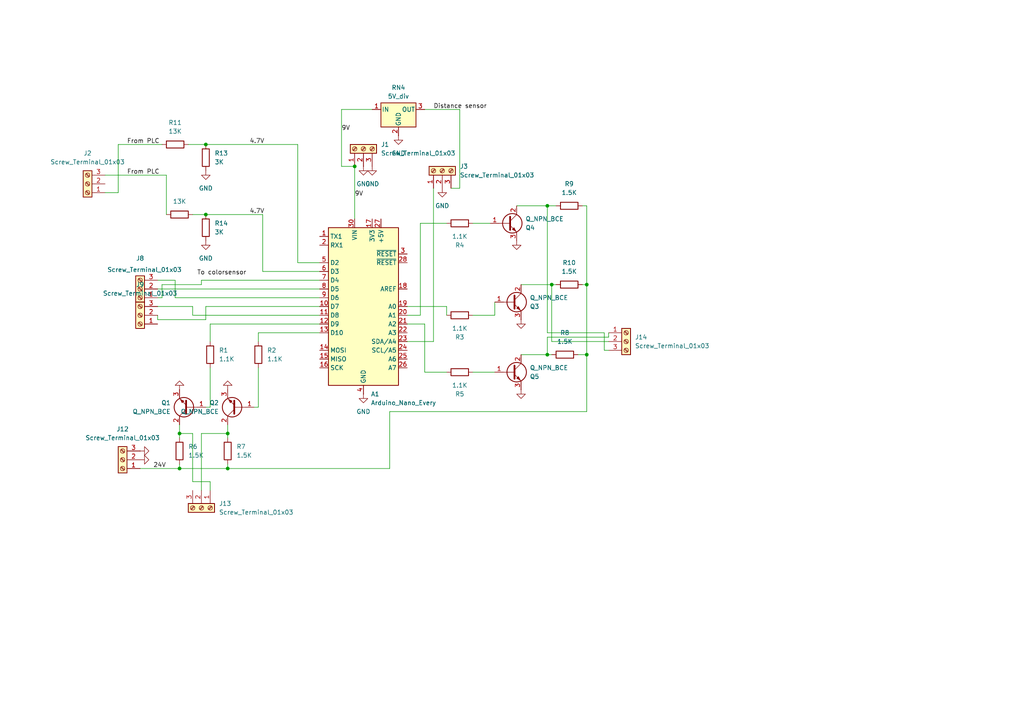
<source format=kicad_sch>
(kicad_sch
	(version 20250114)
	(generator "eeschema")
	(generator_version "9.0")
	(uuid "5facc4eb-936e-404e-82d2-f0b0e1e21eab")
	(paper "A4")
	(lib_symbols
		(symbol "Connector:Screw_Terminal_01x03"
			(pin_names
				(offset 1.016)
				(hide yes)
			)
			(exclude_from_sim no)
			(in_bom yes)
			(on_board yes)
			(property "Reference" "J"
				(at 0 5.08 0)
				(effects
					(font
						(size 1.27 1.27)
					)
				)
			)
			(property "Value" "Screw_Terminal_01x03"
				(at 0 -5.08 0)
				(effects
					(font
						(size 1.27 1.27)
					)
				)
			)
			(property "Footprint" ""
				(at 0 0 0)
				(effects
					(font
						(size 1.27 1.27)
					)
					(hide yes)
				)
			)
			(property "Datasheet" "~"
				(at 0 0 0)
				(effects
					(font
						(size 1.27 1.27)
					)
					(hide yes)
				)
			)
			(property "Description" "Generic screw terminal, single row, 01x03, script generated (kicad-library-utils/schlib/autogen/connector/)"
				(at 0 0 0)
				(effects
					(font
						(size 1.27 1.27)
					)
					(hide yes)
				)
			)
			(property "ki_keywords" "screw terminal"
				(at 0 0 0)
				(effects
					(font
						(size 1.27 1.27)
					)
					(hide yes)
				)
			)
			(property "ki_fp_filters" "TerminalBlock*:*"
				(at 0 0 0)
				(effects
					(font
						(size 1.27 1.27)
					)
					(hide yes)
				)
			)
			(symbol "Screw_Terminal_01x03_1_1"
				(rectangle
					(start -1.27 3.81)
					(end 1.27 -3.81)
					(stroke
						(width 0.254)
						(type default)
					)
					(fill
						(type background)
					)
				)
				(polyline
					(pts
						(xy -0.5334 2.8702) (xy 0.3302 2.032)
					)
					(stroke
						(width 0.1524)
						(type default)
					)
					(fill
						(type none)
					)
				)
				(polyline
					(pts
						(xy -0.5334 0.3302) (xy 0.3302 -0.508)
					)
					(stroke
						(width 0.1524)
						(type default)
					)
					(fill
						(type none)
					)
				)
				(polyline
					(pts
						(xy -0.5334 -2.2098) (xy 0.3302 -3.048)
					)
					(stroke
						(width 0.1524)
						(type default)
					)
					(fill
						(type none)
					)
				)
				(polyline
					(pts
						(xy -0.3556 3.048) (xy 0.508 2.2098)
					)
					(stroke
						(width 0.1524)
						(type default)
					)
					(fill
						(type none)
					)
				)
				(polyline
					(pts
						(xy -0.3556 0.508) (xy 0.508 -0.3302)
					)
					(stroke
						(width 0.1524)
						(type default)
					)
					(fill
						(type none)
					)
				)
				(polyline
					(pts
						(xy -0.3556 -2.032) (xy 0.508 -2.8702)
					)
					(stroke
						(width 0.1524)
						(type default)
					)
					(fill
						(type none)
					)
				)
				(circle
					(center 0 2.54)
					(radius 0.635)
					(stroke
						(width 0.1524)
						(type default)
					)
					(fill
						(type none)
					)
				)
				(circle
					(center 0 0)
					(radius 0.635)
					(stroke
						(width 0.1524)
						(type default)
					)
					(fill
						(type none)
					)
				)
				(circle
					(center 0 -2.54)
					(radius 0.635)
					(stroke
						(width 0.1524)
						(type default)
					)
					(fill
						(type none)
					)
				)
				(pin passive line
					(at -5.08 2.54 0)
					(length 3.81)
					(name "Pin_1"
						(effects
							(font
								(size 1.27 1.27)
							)
						)
					)
					(number "1"
						(effects
							(font
								(size 1.27 1.27)
							)
						)
					)
				)
				(pin passive line
					(at -5.08 0 0)
					(length 3.81)
					(name "Pin_2"
						(effects
							(font
								(size 1.27 1.27)
							)
						)
					)
					(number "2"
						(effects
							(font
								(size 1.27 1.27)
							)
						)
					)
				)
				(pin passive line
					(at -5.08 -2.54 0)
					(length 3.81)
					(name "Pin_3"
						(effects
							(font
								(size 1.27 1.27)
							)
						)
					)
					(number "3"
						(effects
							(font
								(size 1.27 1.27)
							)
						)
					)
				)
			)
			(embedded_fonts no)
		)
		(symbol "Device:R"
			(pin_numbers
				(hide yes)
			)
			(pin_names
				(offset 0)
			)
			(exclude_from_sim no)
			(in_bom yes)
			(on_board yes)
			(property "Reference" "R"
				(at 2.032 0 90)
				(effects
					(font
						(size 1.27 1.27)
					)
				)
			)
			(property "Value" "R"
				(at 0 0 90)
				(effects
					(font
						(size 1.27 1.27)
					)
				)
			)
			(property "Footprint" ""
				(at -1.778 0 90)
				(effects
					(font
						(size 1.27 1.27)
					)
					(hide yes)
				)
			)
			(property "Datasheet" "~"
				(at 0 0 0)
				(effects
					(font
						(size 1.27 1.27)
					)
					(hide yes)
				)
			)
			(property "Description" "Resistor"
				(at 0 0 0)
				(effects
					(font
						(size 1.27 1.27)
					)
					(hide yes)
				)
			)
			(property "ki_keywords" "R res resistor"
				(at 0 0 0)
				(effects
					(font
						(size 1.27 1.27)
					)
					(hide yes)
				)
			)
			(property "ki_fp_filters" "R_*"
				(at 0 0 0)
				(effects
					(font
						(size 1.27 1.27)
					)
					(hide yes)
				)
			)
			(symbol "R_0_1"
				(rectangle
					(start -1.016 -2.54)
					(end 1.016 2.54)
					(stroke
						(width 0.254)
						(type default)
					)
					(fill
						(type none)
					)
				)
			)
			(symbol "R_1_1"
				(pin passive line
					(at 0 3.81 270)
					(length 1.27)
					(name "~"
						(effects
							(font
								(size 1.27 1.27)
							)
						)
					)
					(number "1"
						(effects
							(font
								(size 1.27 1.27)
							)
						)
					)
				)
				(pin passive line
					(at 0 -3.81 90)
					(length 1.27)
					(name "~"
						(effects
							(font
								(size 1.27 1.27)
							)
						)
					)
					(number "2"
						(effects
							(font
								(size 1.27 1.27)
							)
						)
					)
				)
			)
			(embedded_fonts no)
		)
		(symbol "MCU_Module:Arduino_Nano_Every"
			(exclude_from_sim no)
			(in_bom yes)
			(on_board yes)
			(property "Reference" "A"
				(at -10.16 23.495 0)
				(effects
					(font
						(size 1.27 1.27)
					)
					(justify left bottom)
				)
			)
			(property "Value" "Arduino_Nano_Every"
				(at 5.08 -24.13 0)
				(effects
					(font
						(size 1.27 1.27)
					)
					(justify left top)
				)
			)
			(property "Footprint" "Module:Arduino_Nano"
				(at 0 0 0)
				(effects
					(font
						(size 1.27 1.27)
						(italic yes)
					)
					(hide yes)
				)
			)
			(property "Datasheet" "https://content.arduino.cc/assets/NANOEveryV3.0_sch.pdf"
				(at 0 0 0)
				(effects
					(font
						(size 1.27 1.27)
					)
					(hide yes)
				)
			)
			(property "Description" "Arduino Nano Every"
				(at 0 0 0)
				(effects
					(font
						(size 1.27 1.27)
					)
					(hide yes)
				)
			)
			(property "ki_keywords" "Arduino nano microcontroller module USB UPDI AATMega4809 AVR"
				(at 0 0 0)
				(effects
					(font
						(size 1.27 1.27)
					)
					(hide yes)
				)
			)
			(property "ki_fp_filters" "Arduino*Nano*"
				(at 0 0 0)
				(effects
					(font
						(size 1.27 1.27)
					)
					(hide yes)
				)
			)
			(symbol "Arduino_Nano_Every_0_1"
				(rectangle
					(start -10.16 22.86)
					(end 10.16 -22.86)
					(stroke
						(width 0.254)
						(type default)
					)
					(fill
						(type background)
					)
				)
			)
			(symbol "Arduino_Nano_Every_1_1"
				(pin bidirectional line
					(at -12.7 20.32 0)
					(length 2.54)
					(name "TX1"
						(effects
							(font
								(size 1.27 1.27)
							)
						)
					)
					(number "1"
						(effects
							(font
								(size 1.27 1.27)
							)
						)
					)
				)
				(pin bidirectional line
					(at -12.7 17.78 0)
					(length 2.54)
					(name "RX1"
						(effects
							(font
								(size 1.27 1.27)
							)
						)
					)
					(number "2"
						(effects
							(font
								(size 1.27 1.27)
							)
						)
					)
				)
				(pin bidirectional line
					(at -12.7 12.7 0)
					(length 2.54)
					(name "D2"
						(effects
							(font
								(size 1.27 1.27)
							)
						)
					)
					(number "5"
						(effects
							(font
								(size 1.27 1.27)
							)
						)
					)
				)
				(pin bidirectional line
					(at -12.7 10.16 0)
					(length 2.54)
					(name "D3"
						(effects
							(font
								(size 1.27 1.27)
							)
						)
					)
					(number "6"
						(effects
							(font
								(size 1.27 1.27)
							)
						)
					)
				)
				(pin bidirectional line
					(at -12.7 7.62 0)
					(length 2.54)
					(name "D4"
						(effects
							(font
								(size 1.27 1.27)
							)
						)
					)
					(number "7"
						(effects
							(font
								(size 1.27 1.27)
							)
						)
					)
				)
				(pin bidirectional line
					(at -12.7 5.08 0)
					(length 2.54)
					(name "D5"
						(effects
							(font
								(size 1.27 1.27)
							)
						)
					)
					(number "8"
						(effects
							(font
								(size 1.27 1.27)
							)
						)
					)
				)
				(pin bidirectional line
					(at -12.7 2.54 0)
					(length 2.54)
					(name "D6"
						(effects
							(font
								(size 1.27 1.27)
							)
						)
					)
					(number "9"
						(effects
							(font
								(size 1.27 1.27)
							)
						)
					)
				)
				(pin bidirectional line
					(at -12.7 0 0)
					(length 2.54)
					(name "D7"
						(effects
							(font
								(size 1.27 1.27)
							)
						)
					)
					(number "10"
						(effects
							(font
								(size 1.27 1.27)
							)
						)
					)
				)
				(pin bidirectional line
					(at -12.7 -2.54 0)
					(length 2.54)
					(name "D8"
						(effects
							(font
								(size 1.27 1.27)
							)
						)
					)
					(number "11"
						(effects
							(font
								(size 1.27 1.27)
							)
						)
					)
				)
				(pin bidirectional line
					(at -12.7 -5.08 0)
					(length 2.54)
					(name "D9"
						(effects
							(font
								(size 1.27 1.27)
							)
						)
					)
					(number "12"
						(effects
							(font
								(size 1.27 1.27)
							)
						)
					)
				)
				(pin bidirectional line
					(at -12.7 -7.62 0)
					(length 2.54)
					(name "D10"
						(effects
							(font
								(size 1.27 1.27)
							)
						)
					)
					(number "13"
						(effects
							(font
								(size 1.27 1.27)
							)
						)
					)
				)
				(pin bidirectional line
					(at -12.7 -12.7 0)
					(length 2.54)
					(name "MOSI"
						(effects
							(font
								(size 1.27 1.27)
							)
						)
					)
					(number "14"
						(effects
							(font
								(size 1.27 1.27)
							)
						)
					)
				)
				(pin bidirectional line
					(at -12.7 -15.24 0)
					(length 2.54)
					(name "MISO"
						(effects
							(font
								(size 1.27 1.27)
							)
						)
					)
					(number "15"
						(effects
							(font
								(size 1.27 1.27)
							)
						)
					)
				)
				(pin bidirectional line
					(at -12.7 -17.78 0)
					(length 2.54)
					(name "SCK"
						(effects
							(font
								(size 1.27 1.27)
							)
						)
					)
					(number "16"
						(effects
							(font
								(size 1.27 1.27)
							)
						)
					)
				)
				(pin power_in line
					(at -2.54 25.4 270)
					(length 2.54)
					(name "VIN"
						(effects
							(font
								(size 1.27 1.27)
							)
						)
					)
					(number "30"
						(effects
							(font
								(size 1.27 1.27)
							)
						)
					)
				)
				(pin passive line
					(at 0 -25.4 90)
					(length 2.54)
					(hide yes)
					(name "GND"
						(effects
							(font
								(size 1.27 1.27)
							)
						)
					)
					(number "29"
						(effects
							(font
								(size 1.27 1.27)
							)
						)
					)
				)
				(pin power_in line
					(at 0 -25.4 90)
					(length 2.54)
					(name "GND"
						(effects
							(font
								(size 1.27 1.27)
							)
						)
					)
					(number "4"
						(effects
							(font
								(size 1.27 1.27)
							)
						)
					)
				)
				(pin power_out line
					(at 2.54 25.4 270)
					(length 2.54)
					(name "3V3"
						(effects
							(font
								(size 1.27 1.27)
							)
						)
					)
					(number "17"
						(effects
							(font
								(size 1.27 1.27)
							)
						)
					)
				)
				(pin power_out line
					(at 5.08 25.4 270)
					(length 2.54)
					(name "+5V"
						(effects
							(font
								(size 1.27 1.27)
							)
						)
					)
					(number "27"
						(effects
							(font
								(size 1.27 1.27)
							)
						)
					)
				)
				(pin input line
					(at 12.7 15.24 180)
					(length 2.54)
					(name "~{RESET}"
						(effects
							(font
								(size 1.27 1.27)
							)
						)
					)
					(number "3"
						(effects
							(font
								(size 1.27 1.27)
							)
						)
					)
				)
				(pin input line
					(at 12.7 12.7 180)
					(length 2.54)
					(name "~{RESET}"
						(effects
							(font
								(size 1.27 1.27)
							)
						)
					)
					(number "28"
						(effects
							(font
								(size 1.27 1.27)
							)
						)
					)
				)
				(pin input line
					(at 12.7 5.08 180)
					(length 2.54)
					(name "AREF"
						(effects
							(font
								(size 1.27 1.27)
							)
						)
					)
					(number "18"
						(effects
							(font
								(size 1.27 1.27)
							)
						)
					)
				)
				(pin bidirectional line
					(at 12.7 0 180)
					(length 2.54)
					(name "A0"
						(effects
							(font
								(size 1.27 1.27)
							)
						)
					)
					(number "19"
						(effects
							(font
								(size 1.27 1.27)
							)
						)
					)
				)
				(pin bidirectional line
					(at 12.7 -2.54 180)
					(length 2.54)
					(name "A1"
						(effects
							(font
								(size 1.27 1.27)
							)
						)
					)
					(number "20"
						(effects
							(font
								(size 1.27 1.27)
							)
						)
					)
				)
				(pin bidirectional line
					(at 12.7 -5.08 180)
					(length 2.54)
					(name "A2"
						(effects
							(font
								(size 1.27 1.27)
							)
						)
					)
					(number "21"
						(effects
							(font
								(size 1.27 1.27)
							)
						)
					)
				)
				(pin bidirectional line
					(at 12.7 -7.62 180)
					(length 2.54)
					(name "A3"
						(effects
							(font
								(size 1.27 1.27)
							)
						)
					)
					(number "22"
						(effects
							(font
								(size 1.27 1.27)
							)
						)
					)
				)
				(pin bidirectional line
					(at 12.7 -10.16 180)
					(length 2.54)
					(name "SDA/A4"
						(effects
							(font
								(size 1.27 1.27)
							)
						)
					)
					(number "23"
						(effects
							(font
								(size 1.27 1.27)
							)
						)
					)
				)
				(pin bidirectional line
					(at 12.7 -12.7 180)
					(length 2.54)
					(name "SCL/A5"
						(effects
							(font
								(size 1.27 1.27)
							)
						)
					)
					(number "24"
						(effects
							(font
								(size 1.27 1.27)
							)
						)
					)
				)
				(pin bidirectional line
					(at 12.7 -15.24 180)
					(length 2.54)
					(name "A6"
						(effects
							(font
								(size 1.27 1.27)
							)
						)
					)
					(number "25"
						(effects
							(font
								(size 1.27 1.27)
							)
						)
					)
				)
				(pin bidirectional line
					(at 12.7 -17.78 180)
					(length 2.54)
					(name "A7"
						(effects
							(font
								(size 1.27 1.27)
							)
						)
					)
					(number "26"
						(effects
							(font
								(size 1.27 1.27)
							)
						)
					)
				)
			)
			(embedded_fonts no)
		)
		(symbol "Regulator_Linear:L7805"
			(pin_names
				(offset 0.254)
			)
			(exclude_from_sim no)
			(in_bom yes)
			(on_board yes)
			(property "Reference" "U"
				(at -3.81 3.175 0)
				(effects
					(font
						(size 1.27 1.27)
					)
				)
			)
			(property "Value" "L7805"
				(at 0 3.175 0)
				(effects
					(font
						(size 1.27 1.27)
					)
					(justify left)
				)
			)
			(property "Footprint" ""
				(at 0.635 -3.81 0)
				(effects
					(font
						(size 1.27 1.27)
						(italic yes)
					)
					(justify left)
					(hide yes)
				)
			)
			(property "Datasheet" "http://www.st.com/content/ccc/resource/technical/document/datasheet/41/4f/b3/b0/12/d4/47/88/CD00000444.pdf/files/CD00000444.pdf/jcr:content/translations/en.CD00000444.pdf"
				(at 0 -1.27 0)
				(effects
					(font
						(size 1.27 1.27)
					)
					(hide yes)
				)
			)
			(property "Description" "Positive 1.5A 35V Linear Regulator, Fixed Output 5V, TO-220/TO-263/TO-252"
				(at 0 0 0)
				(effects
					(font
						(size 1.27 1.27)
					)
					(hide yes)
				)
			)
			(property "ki_keywords" "Voltage Regulator 1.5A Positive"
				(at 0 0 0)
				(effects
					(font
						(size 1.27 1.27)
					)
					(hide yes)
				)
			)
			(property "ki_fp_filters" "TO?252* TO?263* TO?220*"
				(at 0 0 0)
				(effects
					(font
						(size 1.27 1.27)
					)
					(hide yes)
				)
			)
			(symbol "L7805_0_1"
				(rectangle
					(start -5.08 1.905)
					(end 5.08 -5.08)
					(stroke
						(width 0.254)
						(type default)
					)
					(fill
						(type background)
					)
				)
			)
			(symbol "L7805_1_1"
				(pin power_in line
					(at -7.62 0 0)
					(length 2.54)
					(name "IN"
						(effects
							(font
								(size 1.27 1.27)
							)
						)
					)
					(number "1"
						(effects
							(font
								(size 1.27 1.27)
							)
						)
					)
				)
				(pin power_in line
					(at 0 -7.62 90)
					(length 2.54)
					(name "GND"
						(effects
							(font
								(size 1.27 1.27)
							)
						)
					)
					(number "2"
						(effects
							(font
								(size 1.27 1.27)
							)
						)
					)
				)
				(pin power_out line
					(at 7.62 0 180)
					(length 2.54)
					(name "OUT"
						(effects
							(font
								(size 1.27 1.27)
							)
						)
					)
					(number "3"
						(effects
							(font
								(size 1.27 1.27)
							)
						)
					)
				)
			)
			(embedded_fonts no)
		)
		(symbol "Transistor_BJT:Q_NPN_BCE"
			(pin_names
				(offset 0)
				(hide yes)
			)
			(exclude_from_sim no)
			(in_bom yes)
			(on_board yes)
			(property "Reference" "Q"
				(at 5.08 1.27 0)
				(effects
					(font
						(size 1.27 1.27)
					)
					(justify left)
				)
			)
			(property "Value" "Q_NPN_BCE"
				(at 5.08 -1.27 0)
				(effects
					(font
						(size 1.27 1.27)
					)
					(justify left)
				)
			)
			(property "Footprint" ""
				(at 5.08 2.54 0)
				(effects
					(font
						(size 1.27 1.27)
					)
					(hide yes)
				)
			)
			(property "Datasheet" "~"
				(at 0 0 0)
				(effects
					(font
						(size 1.27 1.27)
					)
					(hide yes)
				)
			)
			(property "Description" "NPN transistor, base/collector/emitter"
				(at 0 0 0)
				(effects
					(font
						(size 1.27 1.27)
					)
					(hide yes)
				)
			)
			(property "ki_keywords" "BJT"
				(at 0 0 0)
				(effects
					(font
						(size 1.27 1.27)
					)
					(hide yes)
				)
			)
			(symbol "Q_NPN_BCE_0_1"
				(polyline
					(pts
						(xy -2.54 0) (xy 0.635 0)
					)
					(stroke
						(width 0)
						(type default)
					)
					(fill
						(type none)
					)
				)
				(polyline
					(pts
						(xy 0.635 1.905) (xy 0.635 -1.905)
					)
					(stroke
						(width 0.508)
						(type default)
					)
					(fill
						(type none)
					)
				)
				(circle
					(center 1.27 0)
					(radius 2.8194)
					(stroke
						(width 0.254)
						(type default)
					)
					(fill
						(type none)
					)
				)
			)
			(symbol "Q_NPN_BCE_1_1"
				(polyline
					(pts
						(xy 0.635 0.635) (xy 2.54 2.54)
					)
					(stroke
						(width 0)
						(type default)
					)
					(fill
						(type none)
					)
				)
				(polyline
					(pts
						(xy 0.635 -0.635) (xy 2.54 -2.54)
					)
					(stroke
						(width 0)
						(type default)
					)
					(fill
						(type none)
					)
				)
				(polyline
					(pts
						(xy 1.27 -1.778) (xy 1.778 -1.27) (xy 2.286 -2.286) (xy 1.27 -1.778)
					)
					(stroke
						(width 0)
						(type default)
					)
					(fill
						(type outline)
					)
				)
				(pin input line
					(at -5.08 0 0)
					(length 2.54)
					(name "B"
						(effects
							(font
								(size 1.27 1.27)
							)
						)
					)
					(number "1"
						(effects
							(font
								(size 1.27 1.27)
							)
						)
					)
				)
				(pin passive line
					(at 2.54 5.08 270)
					(length 2.54)
					(name "C"
						(effects
							(font
								(size 1.27 1.27)
							)
						)
					)
					(number "2"
						(effects
							(font
								(size 1.27 1.27)
							)
						)
					)
				)
				(pin passive line
					(at 2.54 -5.08 90)
					(length 2.54)
					(name "E"
						(effects
							(font
								(size 1.27 1.27)
							)
						)
					)
					(number "3"
						(effects
							(font
								(size 1.27 1.27)
							)
						)
					)
				)
			)
			(embedded_fonts no)
		)
		(symbol "power:GND"
			(power)
			(pin_numbers
				(hide yes)
			)
			(pin_names
				(offset 0)
				(hide yes)
			)
			(exclude_from_sim no)
			(in_bom yes)
			(on_board yes)
			(property "Reference" "#PWR"
				(at 0 -6.35 0)
				(effects
					(font
						(size 1.27 1.27)
					)
					(hide yes)
				)
			)
			(property "Value" "GND"
				(at 0 -3.81 0)
				(effects
					(font
						(size 1.27 1.27)
					)
				)
			)
			(property "Footprint" ""
				(at 0 0 0)
				(effects
					(font
						(size 1.27 1.27)
					)
					(hide yes)
				)
			)
			(property "Datasheet" ""
				(at 0 0 0)
				(effects
					(font
						(size 1.27 1.27)
					)
					(hide yes)
				)
			)
			(property "Description" "Power symbol creates a global label with name \"GND\" , ground"
				(at 0 0 0)
				(effects
					(font
						(size 1.27 1.27)
					)
					(hide yes)
				)
			)
			(property "ki_keywords" "global power"
				(at 0 0 0)
				(effects
					(font
						(size 1.27 1.27)
					)
					(hide yes)
				)
			)
			(symbol "GND_0_1"
				(polyline
					(pts
						(xy 0 0) (xy 0 -1.27) (xy 1.27 -1.27) (xy 0 -2.54) (xy -1.27 -1.27) (xy 0 -1.27)
					)
					(stroke
						(width 0)
						(type default)
					)
					(fill
						(type none)
					)
				)
			)
			(symbol "GND_1_1"
				(pin power_in line
					(at 0 0 270)
					(length 0)
					(name "~"
						(effects
							(font
								(size 1.27 1.27)
							)
						)
					)
					(number "1"
						(effects
							(font
								(size 1.27 1.27)
							)
						)
					)
				)
			)
			(embedded_fonts no)
		)
	)
	(junction
		(at 59.69 62.23)
		(diameter 0)
		(color 0 0 0 0)
		(uuid "0b75cd7b-a4bc-4568-a452-d5ac13f57eba")
	)
	(junction
		(at 170.18 82.55)
		(diameter 0)
		(color 0 0 0 0)
		(uuid "0cebf774-0d4c-422d-8345-24888fc661d5")
	)
	(junction
		(at 102.87 48.26)
		(diameter 0)
		(color 0 0 0 0)
		(uuid "4207e003-f659-4787-94ea-13fd2db42dbd")
	)
	(junction
		(at 66.04 125.73)
		(diameter 0)
		(color 0 0 0 0)
		(uuid "44bd1f0d-e2fc-4720-975e-3212ba04b353")
	)
	(junction
		(at 59.69 41.91)
		(diameter 0)
		(color 0 0 0 0)
		(uuid "562309e0-a2bc-4047-a08c-b993848af5cb")
	)
	(junction
		(at 52.07 135.89)
		(diameter 0)
		(color 0 0 0 0)
		(uuid "602f22ff-aac5-471f-8348-b95249ba35a0")
	)
	(junction
		(at 66.04 135.89)
		(diameter 0)
		(color 0 0 0 0)
		(uuid "72e9a3f5-adda-49a9-afa7-1f10c320a03e")
	)
	(junction
		(at 170.18 102.87)
		(diameter 0)
		(color 0 0 0 0)
		(uuid "849f8c8a-f618-4ca1-b672-f26a04d6d7c4")
	)
	(junction
		(at 160.02 82.55)
		(diameter 0)
		(color 0 0 0 0)
		(uuid "a9e6fb57-1580-4c3c-8e30-536282973489")
	)
	(junction
		(at 52.07 125.73)
		(diameter 0)
		(color 0 0 0 0)
		(uuid "b634d516-df71-48bd-8b33-1c4ad8e23588")
	)
	(junction
		(at 158.75 59.69)
		(diameter 0)
		(color 0 0 0 0)
		(uuid "d20f82a4-f27a-45c4-b9ec-4883d30a00ab")
	)
	(junction
		(at 158.75 102.87)
		(diameter 0)
		(color 0 0 0 0)
		(uuid "f67f8c81-5a2c-46f0-aeee-7d89e267039f")
	)
	(wire
		(pts
			(xy 52.07 134.62) (xy 52.07 135.89)
		)
		(stroke
			(width 0)
			(type default)
		)
		(uuid "01b44b7b-fcdd-45f8-89ca-2f40de6ba8b5")
	)
	(wire
		(pts
			(xy 52.07 125.73) (xy 55.88 125.73)
		)
		(stroke
			(width 0)
			(type default)
		)
		(uuid "05c435b9-f3f1-4f46-8406-eaf083864215")
	)
	(wire
		(pts
			(xy 113.03 135.89) (xy 66.04 135.89)
		)
		(stroke
			(width 0)
			(type default)
		)
		(uuid "07a991ab-31ae-496a-a68e-c0796189ed5d")
	)
	(wire
		(pts
			(xy 34.29 41.91) (xy 46.99 41.91)
		)
		(stroke
			(width 0)
			(type default)
		)
		(uuid "0a639c0d-b7db-4fd6-96e1-00932b01267b")
	)
	(wire
		(pts
			(xy 45.72 81.28) (xy 50.8 81.28)
		)
		(stroke
			(width 0)
			(type default)
		)
		(uuid "0ac23eaa-5e82-4444-a77b-2f28e03d5c58")
	)
	(wire
		(pts
			(xy 176.53 97.79) (xy 176.53 96.52)
		)
		(stroke
			(width 0)
			(type default)
		)
		(uuid "121470f5-00ea-4f9f-9365-4e6d4b46e084")
	)
	(wire
		(pts
			(xy 99.06 31.75) (xy 99.06 48.26)
		)
		(stroke
			(width 0)
			(type default)
		)
		(uuid "1b17d90b-2b06-445a-8802-66ee721a33ef")
	)
	(wire
		(pts
			(xy 45.72 88.9) (xy 55.88 88.9)
		)
		(stroke
			(width 0)
			(type default)
		)
		(uuid "1b6e768e-f150-4f1b-8f5e-b0455af25ea7")
	)
	(wire
		(pts
			(xy 175.26 96.52) (xy 175.26 101.6)
		)
		(stroke
			(width 0)
			(type default)
		)
		(uuid "1c8e3eab-f551-43cc-a89a-81333ed2a534")
	)
	(wire
		(pts
			(xy 74.93 96.52) (xy 92.71 96.52)
		)
		(stroke
			(width 0)
			(type default)
		)
		(uuid "1fe3f674-3ef4-41b4-a120-cc39a7617175")
	)
	(wire
		(pts
			(xy 30.48 50.8) (xy 48.26 50.8)
		)
		(stroke
			(width 0)
			(type default)
		)
		(uuid "2437f494-9620-4c56-b399-ceee747565ec")
	)
	(wire
		(pts
			(xy 34.29 55.88) (xy 34.29 41.91)
		)
		(stroke
			(width 0)
			(type default)
		)
		(uuid "24d9d5af-6ce9-4a5c-b44b-c8aad7c7df62")
	)
	(wire
		(pts
			(xy 167.64 102.87) (xy 170.18 102.87)
		)
		(stroke
			(width 0)
			(type default)
		)
		(uuid "26a15b8e-8f5c-476e-9d48-aeb3b18a463f")
	)
	(wire
		(pts
			(xy 102.87 48.26) (xy 102.87 63.5)
		)
		(stroke
			(width 0)
			(type default)
		)
		(uuid "297b8553-45d1-41b6-86e8-0886abf12af6")
	)
	(wire
		(pts
			(xy 58.42 82.55) (xy 46.99 82.55)
		)
		(stroke
			(width 0)
			(type default)
		)
		(uuid "29b8045c-f919-427d-a25c-3adfaa5f3d10")
	)
	(wire
		(pts
			(xy 55.88 125.73) (xy 55.88 139.7)
		)
		(stroke
			(width 0)
			(type default)
		)
		(uuid "2b9f6d5c-35c7-46ff-b43f-d66914c963b5")
	)
	(wire
		(pts
			(xy 151.13 82.55) (xy 160.02 82.55)
		)
		(stroke
			(width 0)
			(type default)
		)
		(uuid "302e76d2-1975-430b-bce0-2a246c79637a")
	)
	(wire
		(pts
			(xy 102.87 48.26) (xy 99.06 48.26)
		)
		(stroke
			(width 0)
			(type default)
		)
		(uuid "319a8cad-62e8-4054-a2d2-8da956b5f5ef")
	)
	(wire
		(pts
			(xy 59.69 41.91) (xy 86.36 41.91)
		)
		(stroke
			(width 0)
			(type default)
		)
		(uuid "376b07d7-d72c-4ce8-86dd-5b1a67859fe8")
	)
	(wire
		(pts
			(xy 168.91 59.69) (xy 170.18 59.69)
		)
		(stroke
			(width 0)
			(type default)
		)
		(uuid "3baf2abb-fe74-450a-9fbd-2bcc8fd73903")
	)
	(wire
		(pts
			(xy 74.93 118.11) (xy 73.66 118.11)
		)
		(stroke
			(width 0)
			(type default)
		)
		(uuid "3d18b2de-d14d-4e42-8aff-3cbc4cf880e8")
	)
	(wire
		(pts
			(xy 118.11 88.9) (xy 129.54 88.9)
		)
		(stroke
			(width 0)
			(type default)
		)
		(uuid "3ee62245-e6c0-40fa-9482-7671e4d819b3")
	)
	(wire
		(pts
			(xy 52.07 125.73) (xy 52.07 127)
		)
		(stroke
			(width 0)
			(type default)
		)
		(uuid "407ddf48-3c75-4297-aa89-06d103ea4fa7")
	)
	(wire
		(pts
			(xy 133.35 54.61) (xy 130.81 54.61)
		)
		(stroke
			(width 0)
			(type default)
		)
		(uuid "409711f4-f7d4-489a-88ad-849bef818579")
	)
	(wire
		(pts
			(xy 60.96 139.7) (xy 60.96 142.24)
		)
		(stroke
			(width 0)
			(type default)
		)
		(uuid "44011920-993a-444d-b4dd-90b2fd31060e")
	)
	(wire
		(pts
			(xy 58.42 125.73) (xy 66.04 125.73)
		)
		(stroke
			(width 0)
			(type default)
		)
		(uuid "475efc4f-0a4f-4395-bf8c-b33cc30937b7")
	)
	(wire
		(pts
			(xy 76.2 62.23) (xy 76.2 78.74)
		)
		(stroke
			(width 0)
			(type default)
		)
		(uuid "491af723-d2ca-4f6c-ad49-57214060c0a9")
	)
	(wire
		(pts
			(xy 74.93 96.52) (xy 74.93 99.06)
		)
		(stroke
			(width 0)
			(type default)
		)
		(uuid "504da593-b473-4099-9c64-197db417289c")
	)
	(wire
		(pts
			(xy 30.48 55.88) (xy 34.29 55.88)
		)
		(stroke
			(width 0)
			(type default)
		)
		(uuid "51cd4fb3-bd59-4ab5-b5a9-0a5bb679f910")
	)
	(wire
		(pts
			(xy 66.04 123.19) (xy 66.04 125.73)
		)
		(stroke
			(width 0)
			(type default)
		)
		(uuid "52fd287e-45fa-46f4-aa15-a7b21428a553")
	)
	(wire
		(pts
			(xy 46.99 82.55) (xy 46.99 86.36)
		)
		(stroke
			(width 0)
			(type default)
		)
		(uuid "5466ec4b-ed77-4388-a365-d2f1170a9620")
	)
	(wire
		(pts
			(xy 160.02 82.55) (xy 160.02 99.06)
		)
		(stroke
			(width 0)
			(type default)
		)
		(uuid "54832251-4c23-4581-b2fc-a214be4c521e")
	)
	(wire
		(pts
			(xy 50.8 86.36) (xy 92.71 86.36)
		)
		(stroke
			(width 0)
			(type default)
		)
		(uuid "56bef46c-d73f-49ae-8a28-6a0ca3446ac3")
	)
	(wire
		(pts
			(xy 137.16 91.44) (xy 143.51 91.44)
		)
		(stroke
			(width 0)
			(type default)
		)
		(uuid "57f6f747-f0e5-4b0e-89ea-0d27501e47a5")
	)
	(wire
		(pts
			(xy 76.2 78.74) (xy 92.71 78.74)
		)
		(stroke
			(width 0)
			(type default)
		)
		(uuid "58023dce-7822-4706-bf96-c201a2fec8b5")
	)
	(wire
		(pts
			(xy 125.73 99.06) (xy 118.11 99.06)
		)
		(stroke
			(width 0)
			(type default)
		)
		(uuid "5840254d-af6b-407b-8202-c7077d648109")
	)
	(wire
		(pts
			(xy 48.26 50.8) (xy 48.26 62.23)
		)
		(stroke
			(width 0)
			(type default)
		)
		(uuid "5935d2e2-7d59-4b40-8633-e96da2a99c86")
	)
	(wire
		(pts
			(xy 158.75 97.79) (xy 176.53 97.79)
		)
		(stroke
			(width 0)
			(type default)
		)
		(uuid "5df67657-c582-4308-b58d-0090e6314343")
	)
	(wire
		(pts
			(xy 59.69 118.11) (xy 60.96 118.11)
		)
		(stroke
			(width 0)
			(type default)
		)
		(uuid "61931cfe-d235-4aca-bb91-62aa9a9fbfbb")
	)
	(wire
		(pts
			(xy 52.07 135.89) (xy 66.04 135.89)
		)
		(stroke
			(width 0)
			(type default)
		)
		(uuid "6760c036-cb35-4188-a48b-029e5791a6ed")
	)
	(wire
		(pts
			(xy 160.02 102.87) (xy 158.75 102.87)
		)
		(stroke
			(width 0)
			(type default)
		)
		(uuid "693659f4-8742-425d-b6d4-efd57da2666b")
	)
	(wire
		(pts
			(xy 60.96 118.11) (xy 60.96 106.68)
		)
		(stroke
			(width 0)
			(type default)
		)
		(uuid "6a02ce0d-a8c4-47ff-9aec-825bd67bf5c6")
	)
	(wire
		(pts
			(xy 45.72 83.82) (xy 92.71 83.82)
		)
		(stroke
			(width 0)
			(type default)
		)
		(uuid "6a4396cf-a567-43d7-9dcf-dd41ffea2144")
	)
	(wire
		(pts
			(xy 170.18 119.38) (xy 113.03 119.38)
		)
		(stroke
			(width 0)
			(type default)
		)
		(uuid "6f0a8f5d-5e7a-4afa-82f6-f63f69b4541f")
	)
	(wire
		(pts
			(xy 133.35 31.75) (xy 133.35 54.61)
		)
		(stroke
			(width 0)
			(type default)
		)
		(uuid "720d50e7-7445-4abd-ab04-4de15a7a061c")
	)
	(wire
		(pts
			(xy 59.69 62.23) (xy 76.2 62.23)
		)
		(stroke
			(width 0)
			(type default)
		)
		(uuid "72a67889-e7d1-4b67-9ff3-187f1e5d7fca")
	)
	(wire
		(pts
			(xy 160.02 82.55) (xy 161.29 82.55)
		)
		(stroke
			(width 0)
			(type default)
		)
		(uuid "73476ab6-9c4d-414b-a54e-85298f955aaf")
	)
	(wire
		(pts
			(xy 113.03 119.38) (xy 113.03 135.89)
		)
		(stroke
			(width 0)
			(type default)
		)
		(uuid "7475d869-cda5-46e7-8180-c3d60bebb671")
	)
	(wire
		(pts
			(xy 40.64 135.89) (xy 52.07 135.89)
		)
		(stroke
			(width 0)
			(type default)
		)
		(uuid "7532f20b-f054-4a28-9ab9-8d7b4ed36aa5")
	)
	(wire
		(pts
			(xy 123.19 107.95) (xy 123.19 93.98)
		)
		(stroke
			(width 0)
			(type default)
		)
		(uuid "7a06481d-fb6e-4946-a0e0-2f1ed60a2e48")
	)
	(wire
		(pts
			(xy 170.18 82.55) (xy 170.18 102.87)
		)
		(stroke
			(width 0)
			(type default)
		)
		(uuid "7d3a1035-88d0-4f7d-9c2d-6c9175e706e7")
	)
	(wire
		(pts
			(xy 92.71 88.9) (xy 59.69 88.9)
		)
		(stroke
			(width 0)
			(type default)
		)
		(uuid "807b40bb-15e2-47b2-bc21-d6533890d7d6")
	)
	(wire
		(pts
			(xy 118.11 91.44) (xy 121.92 91.44)
		)
		(stroke
			(width 0)
			(type default)
		)
		(uuid "871d42fa-c152-46ad-845a-330b6938b2a3")
	)
	(wire
		(pts
			(xy 66.04 125.73) (xy 66.04 127)
		)
		(stroke
			(width 0)
			(type default)
		)
		(uuid "886643f5-ab31-4abe-91b1-cd34119607a7")
	)
	(wire
		(pts
			(xy 175.26 101.6) (xy 176.53 101.6)
		)
		(stroke
			(width 0)
			(type default)
		)
		(uuid "89e2e924-7011-45e1-8100-063f0fc1490b")
	)
	(wire
		(pts
			(xy 149.86 59.69) (xy 158.75 59.69)
		)
		(stroke
			(width 0)
			(type default)
		)
		(uuid "8c07e1c2-d018-4933-b555-8a9e3376658d")
	)
	(wire
		(pts
			(xy 46.99 86.36) (xy 45.72 86.36)
		)
		(stroke
			(width 0)
			(type default)
		)
		(uuid "8c72669b-c19b-40ba-973a-ddb041a77170")
	)
	(wire
		(pts
			(xy 58.42 125.73) (xy 58.42 142.24)
		)
		(stroke
			(width 0)
			(type default)
		)
		(uuid "93a013d6-8656-4db3-a5e0-8d5ee0ae4632")
	)
	(wire
		(pts
			(xy 158.75 102.87) (xy 151.13 102.87)
		)
		(stroke
			(width 0)
			(type default)
		)
		(uuid "9432602d-9fa8-4877-9c3d-e7bf1afff32b")
	)
	(wire
		(pts
			(xy 158.75 59.69) (xy 161.29 59.69)
		)
		(stroke
			(width 0)
			(type default)
		)
		(uuid "951b126b-48af-4fb2-99b8-a26a2bea6b1e")
	)
	(wire
		(pts
			(xy 52.07 125.73) (xy 52.07 123.19)
		)
		(stroke
			(width 0)
			(type default)
		)
		(uuid "96fe8d69-59bf-442f-baa2-d865e0ce651b")
	)
	(wire
		(pts
			(xy 59.69 41.91) (xy 54.61 41.91)
		)
		(stroke
			(width 0)
			(type default)
		)
		(uuid "973a92da-bd82-47fb-a230-5b4d256bab8e")
	)
	(wire
		(pts
			(xy 50.8 81.28) (xy 50.8 86.36)
		)
		(stroke
			(width 0)
			(type default)
		)
		(uuid "99581207-bfbf-4011-b0cd-e7a2d6e7e911")
	)
	(wire
		(pts
			(xy 58.42 81.28) (xy 92.71 81.28)
		)
		(stroke
			(width 0)
			(type default)
		)
		(uuid "9b17d2fe-a77f-408b-b2b9-95f228b669e3")
	)
	(wire
		(pts
			(xy 55.88 88.9) (xy 55.88 91.44)
		)
		(stroke
			(width 0)
			(type default)
		)
		(uuid "9b665122-a720-44af-a83d-7af0964fb0b0")
	)
	(wire
		(pts
			(xy 170.18 59.69) (xy 170.18 82.55)
		)
		(stroke
			(width 0)
			(type default)
		)
		(uuid "9b7c9948-9089-4240-a0bb-cd98b59cf3cd")
	)
	(wire
		(pts
			(xy 129.54 88.9) (xy 129.54 91.44)
		)
		(stroke
			(width 0)
			(type default)
		)
		(uuid "9b996cba-ac21-4d49-af1a-8f9472707bea")
	)
	(wire
		(pts
			(xy 66.04 134.62) (xy 66.04 135.89)
		)
		(stroke
			(width 0)
			(type default)
		)
		(uuid "9bc179fe-388f-4026-be7a-2cb5539e6ab3")
	)
	(wire
		(pts
			(xy 55.88 62.23) (xy 59.69 62.23)
		)
		(stroke
			(width 0)
			(type default)
		)
		(uuid "9e9b5e51-eb7e-4220-a401-c3f40c6887a3")
	)
	(wire
		(pts
			(xy 45.72 92.71) (xy 45.72 91.44)
		)
		(stroke
			(width 0)
			(type default)
		)
		(uuid "a4d58ca7-587a-4130-824c-d73d75033a36")
	)
	(wire
		(pts
			(xy 168.91 82.55) (xy 170.18 82.55)
		)
		(stroke
			(width 0)
			(type default)
		)
		(uuid "aae27148-0662-4c50-99ba-94f0f39e0446")
	)
	(wire
		(pts
			(xy 74.93 106.68) (xy 74.93 118.11)
		)
		(stroke
			(width 0)
			(type default)
		)
		(uuid "b05de4e3-c57c-482c-a88c-2b9450b4fc6a")
	)
	(wire
		(pts
			(xy 99.06 31.75) (xy 107.95 31.75)
		)
		(stroke
			(width 0)
			(type default)
		)
		(uuid "b1faa362-d4ab-4016-a062-98e27b51375d")
	)
	(wire
		(pts
			(xy 86.36 76.2) (xy 92.71 76.2)
		)
		(stroke
			(width 0)
			(type default)
		)
		(uuid "c84ec694-2d7a-40cf-b819-3e04c4e30c29")
	)
	(wire
		(pts
			(xy 158.75 59.69) (xy 158.75 96.52)
		)
		(stroke
			(width 0)
			(type default)
		)
		(uuid "cb047c46-2d34-4546-a4f5-a993b4b8131e")
	)
	(wire
		(pts
			(xy 158.75 102.87) (xy 158.75 97.79)
		)
		(stroke
			(width 0)
			(type default)
		)
		(uuid "cefc33e1-bcbe-4612-ab7e-c011bcb37a28")
	)
	(wire
		(pts
			(xy 158.75 96.52) (xy 175.26 96.52)
		)
		(stroke
			(width 0)
			(type default)
		)
		(uuid "d08a5c60-d5a5-4a34-9831-747c7652d573")
	)
	(wire
		(pts
			(xy 137.16 64.77) (xy 142.24 64.77)
		)
		(stroke
			(width 0)
			(type default)
		)
		(uuid "d10678d3-f59c-4f59-a016-16b5eb32bbcc")
	)
	(wire
		(pts
			(xy 58.42 82.55) (xy 58.42 81.28)
		)
		(stroke
			(width 0)
			(type default)
		)
		(uuid "d37ad7e0-2b3a-4831-b5c0-053696ea11ce")
	)
	(wire
		(pts
			(xy 123.19 107.95) (xy 129.54 107.95)
		)
		(stroke
			(width 0)
			(type default)
		)
		(uuid "d7646366-d85c-43e6-8d5f-f2395b754a0e")
	)
	(wire
		(pts
			(xy 137.16 107.95) (xy 143.51 107.95)
		)
		(stroke
			(width 0)
			(type default)
		)
		(uuid "d9254886-988a-41c4-ad84-36eaf4311faa")
	)
	(wire
		(pts
			(xy 123.19 31.75) (xy 133.35 31.75)
		)
		(stroke
			(width 0)
			(type default)
		)
		(uuid "dc37c715-5b58-4d54-a952-202ae1512af8")
	)
	(wire
		(pts
			(xy 60.96 93.98) (xy 60.96 99.06)
		)
		(stroke
			(width 0)
			(type default)
		)
		(uuid "dd664cf9-6b05-490f-9093-2ba8b10a985c")
	)
	(wire
		(pts
			(xy 121.92 64.77) (xy 129.54 64.77)
		)
		(stroke
			(width 0)
			(type default)
		)
		(uuid "dd968a92-c0d9-4a6f-8909-b44015af63aa")
	)
	(wire
		(pts
			(xy 123.19 93.98) (xy 118.11 93.98)
		)
		(stroke
			(width 0)
			(type default)
		)
		(uuid "debdfab5-4023-470d-9b51-c4a378669383")
	)
	(wire
		(pts
			(xy 125.73 54.61) (xy 125.73 99.06)
		)
		(stroke
			(width 0)
			(type default)
		)
		(uuid "df00f16e-dfe6-4c88-ade3-0fc32eb0e999")
	)
	(wire
		(pts
			(xy 55.88 139.7) (xy 60.96 139.7)
		)
		(stroke
			(width 0)
			(type default)
		)
		(uuid "e0e7fffb-9b45-4d4e-a112-4afd718dde2d")
	)
	(wire
		(pts
			(xy 143.51 91.44) (xy 143.51 87.63)
		)
		(stroke
			(width 0)
			(type default)
		)
		(uuid "e22a05d2-8bdc-42a0-b7c3-98662c65228b")
	)
	(wire
		(pts
			(xy 86.36 41.91) (xy 86.36 76.2)
		)
		(stroke
			(width 0)
			(type default)
		)
		(uuid "e5ef650f-96b3-4a3a-8020-ae4f623e175d")
	)
	(wire
		(pts
			(xy 55.88 91.44) (xy 92.71 91.44)
		)
		(stroke
			(width 0)
			(type default)
		)
		(uuid "e8cdb080-e23d-4f96-86f0-b6252808892c")
	)
	(wire
		(pts
			(xy 121.92 64.77) (xy 121.92 91.44)
		)
		(stroke
			(width 0)
			(type default)
		)
		(uuid "eaf350b1-bc0b-43ea-86ef-31a8b14a1050")
	)
	(wire
		(pts
			(xy 170.18 102.87) (xy 170.18 119.38)
		)
		(stroke
			(width 0)
			(type default)
		)
		(uuid "eb3963af-6c6a-4527-93ee-af9f314e0188")
	)
	(wire
		(pts
			(xy 59.69 92.71) (xy 45.72 92.71)
		)
		(stroke
			(width 0)
			(type default)
		)
		(uuid "ec13b1eb-b1ca-4a19-b1a2-5713ef2c7528")
	)
	(wire
		(pts
			(xy 160.02 99.06) (xy 176.53 99.06)
		)
		(stroke
			(width 0)
			(type default)
		)
		(uuid "f0786134-e592-4650-8cdb-710e7ccc7245")
	)
	(wire
		(pts
			(xy 59.69 88.9) (xy 59.69 92.71)
		)
		(stroke
			(width 0)
			(type default)
		)
		(uuid "f3a28914-3d04-4bab-a572-e7aa97fe088a")
	)
	(wire
		(pts
			(xy 60.96 93.98) (xy 92.71 93.98)
		)
		(stroke
			(width 0)
			(type default)
		)
		(uuid "f42cbb30-47a8-437d-b219-d747ad507162")
	)
	(label "To colorsensor"
		(at 57.15 80.01 0)
		(effects
			(font
				(size 1.27 1.27)
			)
			(justify left bottom)
		)
		(uuid "08d27be7-35b4-4eac-a8e1-6145256f8e34")
	)
	(label "From PLC"
		(at 36.83 50.8 0)
		(effects
			(font
				(size 1.27 1.27)
			)
			(justify left bottom)
		)
		(uuid "106c6d1a-2c18-45d9-b05c-5577856f76f0")
	)
	(label "9V"
		(at 99.06 38.1 0)
		(effects
			(font
				(size 1.27 1.27)
			)
			(justify left bottom)
		)
		(uuid "28f01e23-b6d3-4762-a729-986f4bc1c7c2")
	)
	(label "24V"
		(at 44.45 135.89 0)
		(effects
			(font
				(size 1.27 1.27)
			)
			(justify left bottom)
		)
		(uuid "4455ddfa-e674-4e61-9077-1ab8d4e77bbe")
	)
	(label "4.7V"
		(at 72.39 62.23 0)
		(effects
			(font
				(size 1.27 1.27)
			)
			(justify left bottom)
		)
		(uuid "6a49ef94-c57f-48fc-9084-0254bbba04bc")
	)
	(label "4.7V"
		(at 72.39 41.91 0)
		(effects
			(font
				(size 1.27 1.27)
			)
			(justify left bottom)
		)
		(uuid "7b46b670-aa06-4f70-8a30-8ef41b0f058a")
	)
	(label "From PLC"
		(at 36.83 41.91 0)
		(effects
			(font
				(size 1.27 1.27)
			)
			(justify left bottom)
		)
		(uuid "9713b0c1-fa62-4469-b308-1a02f239576c")
	)
	(label "9V"
		(at 102.87 57.15 0)
		(effects
			(font
				(size 1.27 1.27)
			)
			(justify left bottom)
		)
		(uuid "c0471e4d-c764-468f-bd9e-cd85467adba1")
	)
	(label "Distance sensor"
		(at 125.73 31.75 0)
		(effects
			(font
				(size 1.27 1.27)
			)
			(justify left bottom)
		)
		(uuid "cffac30a-d83d-4381-9f0f-4f587edfcc00")
	)
	(symbol
		(lib_id "power:GND")
		(at 105.41 48.26 0)
		(unit 1)
		(exclude_from_sim no)
		(in_bom yes)
		(on_board yes)
		(dnp no)
		(fields_autoplaced yes)
		(uuid "0c754114-56bc-4101-9cdd-67c8c530de2e")
		(property "Reference" "#PWR09"
			(at 105.41 54.61 0)
			(effects
				(font
					(size 1.27 1.27)
				)
				(hide yes)
			)
		)
		(property "Value" "GND"
			(at 105.41 53.34 0)
			(effects
				(font
					(size 1.27 1.27)
				)
			)
		)
		(property "Footprint" ""
			(at 105.41 48.26 0)
			(effects
				(font
					(size 1.27 1.27)
				)
				(hide yes)
			)
		)
		(property "Datasheet" ""
			(at 105.41 48.26 0)
			(effects
				(font
					(size 1.27 1.27)
				)
				(hide yes)
			)
		)
		(property "Description" "Power symbol creates a global label with name \"GND\" , ground"
			(at 105.41 48.26 0)
			(effects
				(font
					(size 1.27 1.27)
				)
				(hide yes)
			)
		)
		(pin "1"
			(uuid "05fc2c0a-1858-44b0-a6b4-33125a9ccbcf")
		)
		(instances
			(project "Arduino_boards"
				(path "/5facc4eb-936e-404e-82d2-f0b0e1e21eab"
					(reference "#PWR09")
					(unit 1)
				)
			)
		)
	)
	(symbol
		(lib_id "Transistor_BJT:Q_NPN_BCE")
		(at 54.61 118.11 180)
		(unit 1)
		(exclude_from_sim no)
		(in_bom yes)
		(on_board yes)
		(dnp no)
		(fields_autoplaced yes)
		(uuid "11416393-a517-43fb-8097-28f48aa3efe6")
		(property "Reference" "Q1"
			(at 49.53 116.8399 0)
			(effects
				(font
					(size 1.27 1.27)
				)
				(justify left)
			)
		)
		(property "Value" "Q_NPN_BCE"
			(at 49.53 119.3799 0)
			(effects
				(font
					(size 1.27 1.27)
				)
				(justify left)
			)
		)
		(property "Footprint" "Package_TO_SOT_THT:TO-220-3_Vertical"
			(at 49.53 120.65 0)
			(effects
				(font
					(size 1.27 1.27)
				)
				(hide yes)
			)
		)
		(property "Datasheet" "~"
			(at 54.61 118.11 0)
			(effects
				(font
					(size 1.27 1.27)
				)
				(hide yes)
			)
		)
		(property "Description" "NPN transistor, base/collector/emitter"
			(at 54.61 118.11 0)
			(effects
				(font
					(size 1.27 1.27)
				)
				(hide yes)
			)
		)
		(pin "2"
			(uuid "cf6d0742-936b-4a61-a892-be430a1f8005")
		)
		(pin "1"
			(uuid "0a82d15c-4b2e-432f-9068-fb3bd14fa854")
		)
		(pin "3"
			(uuid "57860c8b-7f0d-4c6d-830c-0abbb8b6831b")
		)
		(instances
			(project ""
				(path "/5facc4eb-936e-404e-82d2-f0b0e1e21eab"
					(reference "Q1")
					(unit 1)
				)
			)
		)
	)
	(symbol
		(lib_id "Device:R")
		(at 52.07 62.23 270)
		(unit 1)
		(exclude_from_sim no)
		(in_bom yes)
		(on_board yes)
		(dnp no)
		(fields_autoplaced yes)
		(uuid "1162526e-16e0-4c52-ba41-f0e9a61cff7d")
		(property "Reference" "R12"
			(at 52.07 55.88 90)
			(effects
				(font
					(size 1.27 1.27)
				)
				(hide yes)
			)
		)
		(property "Value" "13K"
			(at 52.07 58.42 90)
			(effects
				(font
					(size 1.27 1.27)
				)
			)
		)
		(property "Footprint" "Resistor_THT:R_Axial_DIN0204_L3.6mm_D1.6mm_P7.62mm_Horizontal"
			(at 52.07 60.452 90)
			(effects
				(font
					(size 1.27 1.27)
				)
				(hide yes)
			)
		)
		(property "Datasheet" "~"
			(at 52.07 62.23 0)
			(effects
				(font
					(size 1.27 1.27)
				)
				(hide yes)
			)
		)
		(property "Description" "Resistor"
			(at 52.07 62.23 0)
			(effects
				(font
					(size 1.27 1.27)
				)
				(hide yes)
			)
		)
		(pin "2"
			(uuid "48f19903-c6b8-41a8-9524-191bebd19c22")
		)
		(pin "1"
			(uuid "02414537-1ed3-4c91-8d4d-0844f35a3610")
		)
		(instances
			(project "Arduino_boards"
				(path "/5facc4eb-936e-404e-82d2-f0b0e1e21eab"
					(reference "R12")
					(unit 1)
				)
			)
		)
	)
	(symbol
		(lib_id "Device:R")
		(at 59.69 45.72 0)
		(unit 1)
		(exclude_from_sim no)
		(in_bom yes)
		(on_board yes)
		(dnp no)
		(fields_autoplaced yes)
		(uuid "1311f803-caf8-4593-bdbf-2a3fe539c402")
		(property "Reference" "R13"
			(at 62.23 44.4499 0)
			(effects
				(font
					(size 1.27 1.27)
				)
				(justify left)
			)
		)
		(property "Value" "3K"
			(at 62.23 46.9899 0)
			(effects
				(font
					(size 1.27 1.27)
				)
				(justify left)
			)
		)
		(property "Footprint" "Resistor_THT:R_Axial_DIN0204_L3.6mm_D1.6mm_P7.62mm_Horizontal"
			(at 57.912 45.72 90)
			(effects
				(font
					(size 1.27 1.27)
				)
				(hide yes)
			)
		)
		(property "Datasheet" "~"
			(at 59.69 45.72 0)
			(effects
				(font
					(size 1.27 1.27)
				)
				(hide yes)
			)
		)
		(property "Description" "Resistor"
			(at 59.69 45.72 0)
			(effects
				(font
					(size 1.27 1.27)
				)
				(hide yes)
			)
		)
		(pin "2"
			(uuid "742d0fc3-9c6d-494b-8b63-16e25c5b425f")
		)
		(pin "1"
			(uuid "79ac7c4d-4051-424f-99a3-0099c9adf3f7")
		)
		(instances
			(project "Arduino_boards"
				(path "/5facc4eb-936e-404e-82d2-f0b0e1e21eab"
					(reference "R13")
					(unit 1)
				)
			)
		)
	)
	(symbol
		(lib_id "Connector:Screw_Terminal_01x03")
		(at 35.56 133.35 180)
		(unit 1)
		(exclude_from_sim no)
		(in_bom yes)
		(on_board yes)
		(dnp no)
		(fields_autoplaced yes)
		(uuid "1e296de1-e958-4019-83e1-0fc5da912e7c")
		(property "Reference" "J12"
			(at 35.56 124.46 0)
			(effects
				(font
					(size 1.27 1.27)
				)
			)
		)
		(property "Value" "Screw_Terminal_01x03"
			(at 35.56 127 0)
			(effects
				(font
					(size 1.27 1.27)
				)
			)
		)
		(property "Footprint" "TerminalBlock_Phoenix:TerminalBlock_Phoenix_MKDS-1,5-3-5.08_1x03_P5.08mm_Horizontal"
			(at 35.56 133.35 0)
			(effects
				(font
					(size 1.27 1.27)
				)
				(hide yes)
			)
		)
		(property "Datasheet" "~"
			(at 35.56 133.35 0)
			(effects
				(font
					(size 1.27 1.27)
				)
				(hide yes)
			)
		)
		(property "Description" "Generic screw terminal, single row, 01x03, script generated (kicad-library-utils/schlib/autogen/connector/)"
			(at 35.56 133.35 0)
			(effects
				(font
					(size 1.27 1.27)
				)
				(hide yes)
			)
		)
		(pin "1"
			(uuid "2f4f746b-a55d-48e7-959c-a488a309bf17")
		)
		(pin "2"
			(uuid "c7e93eb7-316e-46c2-80de-442d623d8f68")
		)
		(pin "3"
			(uuid "67062051-7a18-4e4a-bafe-0c79c054c993")
		)
		(instances
			(project "Arduino_boards"
				(path "/5facc4eb-936e-404e-82d2-f0b0e1e21eab"
					(reference "J12")
					(unit 1)
				)
			)
		)
	)
	(symbol
		(lib_id "Transistor_BJT:Q_NPN_BCE")
		(at 68.58 118.11 180)
		(unit 1)
		(exclude_from_sim no)
		(in_bom yes)
		(on_board yes)
		(dnp no)
		(fields_autoplaced yes)
		(uuid "2fd0295a-4931-47e4-9a60-78455f834bd0")
		(property "Reference" "Q2"
			(at 63.5 116.8399 0)
			(effects
				(font
					(size 1.27 1.27)
				)
				(justify left)
			)
		)
		(property "Value" "Q_NPN_BCE"
			(at 63.5 119.3799 0)
			(effects
				(font
					(size 1.27 1.27)
				)
				(justify left)
			)
		)
		(property "Footprint" "Package_TO_SOT_THT:TO-220-3_Vertical"
			(at 63.5 120.65 0)
			(effects
				(font
					(size 1.27 1.27)
				)
				(hide yes)
			)
		)
		(property "Datasheet" "~"
			(at 68.58 118.11 0)
			(effects
				(font
					(size 1.27 1.27)
				)
				(hide yes)
			)
		)
		(property "Description" "NPN transistor, base/collector/emitter"
			(at 68.58 118.11 0)
			(effects
				(font
					(size 1.27 1.27)
				)
				(hide yes)
			)
		)
		(pin "2"
			(uuid "2962d081-b0ae-4c4e-8220-3bde791fdebc")
		)
		(pin "1"
			(uuid "d225e82d-4bb2-413a-bd3d-75131f842ecb")
		)
		(pin "3"
			(uuid "f397b185-6796-4823-9d5e-65a21865790e")
		)
		(instances
			(project "Arduino_boards"
				(path "/5facc4eb-936e-404e-82d2-f0b0e1e21eab"
					(reference "Q2")
					(unit 1)
				)
			)
		)
	)
	(symbol
		(lib_id "power:GND")
		(at 115.57 39.37 0)
		(unit 1)
		(exclude_from_sim no)
		(in_bom yes)
		(on_board yes)
		(dnp no)
		(fields_autoplaced yes)
		(uuid "3710b65f-4fd2-43a7-b075-a4935a691929")
		(property "Reference" "#PWR014"
			(at 115.57 45.72 0)
			(effects
				(font
					(size 1.27 1.27)
				)
				(hide yes)
			)
		)
		(property "Value" "GND"
			(at 115.57 44.45 0)
			(effects
				(font
					(size 1.27 1.27)
				)
			)
		)
		(property "Footprint" ""
			(at 115.57 39.37 0)
			(effects
				(font
					(size 1.27 1.27)
				)
				(hide yes)
			)
		)
		(property "Datasheet" ""
			(at 115.57 39.37 0)
			(effects
				(font
					(size 1.27 1.27)
				)
				(hide yes)
			)
		)
		(property "Description" "Power symbol creates a global label with name \"GND\" , ground"
			(at 115.57 39.37 0)
			(effects
				(font
					(size 1.27 1.27)
				)
				(hide yes)
			)
		)
		(pin "1"
			(uuid "030c5911-6c37-4fe0-a05b-56dd2f6fe54c")
		)
		(instances
			(project "Arduino_boards"
				(path "/5facc4eb-936e-404e-82d2-f0b0e1e21eab"
					(reference "#PWR014")
					(unit 1)
				)
			)
		)
	)
	(symbol
		(lib_id "Device:R")
		(at 59.69 66.04 0)
		(unit 1)
		(exclude_from_sim no)
		(in_bom yes)
		(on_board yes)
		(dnp no)
		(fields_autoplaced yes)
		(uuid "42efe78b-2c39-410c-bab2-6fec9f0cd5bc")
		(property "Reference" "R14"
			(at 62.23 64.7699 0)
			(effects
				(font
					(size 1.27 1.27)
				)
				(justify left)
			)
		)
		(property "Value" "3K"
			(at 62.23 67.3099 0)
			(effects
				(font
					(size 1.27 1.27)
				)
				(justify left)
			)
		)
		(property "Footprint" "Resistor_THT:R_Axial_DIN0204_L3.6mm_D1.6mm_P7.62mm_Horizontal"
			(at 57.912 66.04 90)
			(effects
				(font
					(size 1.27 1.27)
				)
				(hide yes)
			)
		)
		(property "Datasheet" "~"
			(at 59.69 66.04 0)
			(effects
				(font
					(size 1.27 1.27)
				)
				(hide yes)
			)
		)
		(property "Description" "Resistor"
			(at 59.69 66.04 0)
			(effects
				(font
					(size 1.27 1.27)
				)
				(hide yes)
			)
		)
		(pin "2"
			(uuid "0650faa5-4dca-4abc-99f2-b4a8b5e711a9")
		)
		(pin "1"
			(uuid "4d8f9608-bf20-4c4a-a513-238b194d5da8")
		)
		(instances
			(project "Arduino_boards"
				(path "/5facc4eb-936e-404e-82d2-f0b0e1e21eab"
					(reference "R14")
					(unit 1)
				)
			)
		)
	)
	(symbol
		(lib_id "power:GND")
		(at 149.86 69.85 0)
		(unit 1)
		(exclude_from_sim no)
		(in_bom yes)
		(on_board yes)
		(dnp no)
		(fields_autoplaced yes)
		(uuid "44d72292-13a5-4d53-a32d-a0726894776c")
		(property "Reference" "#PWR018"
			(at 149.86 76.2 0)
			(effects
				(font
					(size 1.27 1.27)
				)
				(hide yes)
			)
		)
		(property "Value" "GND"
			(at 149.86 74.93 0)
			(effects
				(font
					(size 1.27 1.27)
				)
				(hide yes)
			)
		)
		(property "Footprint" ""
			(at 149.86 69.85 0)
			(effects
				(font
					(size 1.27 1.27)
				)
				(hide yes)
			)
		)
		(property "Datasheet" ""
			(at 149.86 69.85 0)
			(effects
				(font
					(size 1.27 1.27)
				)
				(hide yes)
			)
		)
		(property "Description" "Power symbol creates a global label with name \"GND\" , ground"
			(at 149.86 69.85 0)
			(effects
				(font
					(size 1.27 1.27)
				)
				(hide yes)
			)
		)
		(pin "1"
			(uuid "58aec94e-251d-4840-906c-687d8f921db7")
		)
		(instances
			(project "Arduino_boards"
				(path "/5facc4eb-936e-404e-82d2-f0b0e1e21eab"
					(reference "#PWR018")
					(unit 1)
				)
			)
		)
	)
	(symbol
		(lib_id "power:GND")
		(at 151.13 113.03 0)
		(unit 1)
		(exclude_from_sim no)
		(in_bom yes)
		(on_board yes)
		(dnp no)
		(fields_autoplaced yes)
		(uuid "47f34717-b026-4e17-9df4-fb3a5a73c841")
		(property "Reference" "#PWR019"
			(at 151.13 119.38 0)
			(effects
				(font
					(size 1.27 1.27)
				)
				(hide yes)
			)
		)
		(property "Value" "GND"
			(at 151.13 118.11 0)
			(effects
				(font
					(size 1.27 1.27)
				)
				(hide yes)
			)
		)
		(property "Footprint" ""
			(at 151.13 113.03 0)
			(effects
				(font
					(size 1.27 1.27)
				)
				(hide yes)
			)
		)
		(property "Datasheet" ""
			(at 151.13 113.03 0)
			(effects
				(font
					(size 1.27 1.27)
				)
				(hide yes)
			)
		)
		(property "Description" "Power symbol creates a global label with name \"GND\" , ground"
			(at 151.13 113.03 0)
			(effects
				(font
					(size 1.27 1.27)
				)
				(hide yes)
			)
		)
		(pin "1"
			(uuid "762cc861-4c7d-4dad-ab5c-eadcbea3da88")
		)
		(instances
			(project "Arduino_boards"
				(path "/5facc4eb-936e-404e-82d2-f0b0e1e21eab"
					(reference "#PWR019")
					(unit 1)
				)
			)
		)
	)
	(symbol
		(lib_id "Device:R")
		(at 133.35 64.77 270)
		(unit 1)
		(exclude_from_sim no)
		(in_bom yes)
		(on_board yes)
		(dnp no)
		(fields_autoplaced yes)
		(uuid "57133986-1bee-491d-b6a7-bcdc186f4cfd")
		(property "Reference" "R4"
			(at 133.35 71.12 90)
			(effects
				(font
					(size 1.27 1.27)
				)
			)
		)
		(property "Value" "1.1K"
			(at 133.35 68.58 90)
			(effects
				(font
					(size 1.27 1.27)
				)
			)
		)
		(property "Footprint" "Resistor_THT:R_Axial_DIN0204_L3.6mm_D1.6mm_P7.62mm_Horizontal"
			(at 133.35 62.992 90)
			(effects
				(font
					(size 1.27 1.27)
				)
				(hide yes)
			)
		)
		(property "Datasheet" "~"
			(at 133.35 64.77 0)
			(effects
				(font
					(size 1.27 1.27)
				)
				(hide yes)
			)
		)
		(property "Description" "Resistor"
			(at 133.35 64.77 0)
			(effects
				(font
					(size 1.27 1.27)
				)
				(hide yes)
			)
		)
		(pin "2"
			(uuid "5ed9e25d-e72f-43e8-8d58-ba9c4ed45945")
		)
		(pin "1"
			(uuid "5ae3bbb0-89ae-479d-8597-6897245d7d65")
		)
		(instances
			(project "Arduino_boards"
				(path "/5facc4eb-936e-404e-82d2-f0b0e1e21eab"
					(reference "R4")
					(unit 1)
				)
			)
		)
	)
	(symbol
		(lib_id "Transistor_BJT:Q_NPN_BCE")
		(at 147.32 64.77 0)
		(unit 1)
		(exclude_from_sim no)
		(in_bom yes)
		(on_board yes)
		(dnp no)
		(fields_autoplaced yes)
		(uuid "5bc4718d-e871-4af2-a251-31577c896b0f")
		(property "Reference" "Q4"
			(at 152.4 66.0401 0)
			(effects
				(font
					(size 1.27 1.27)
				)
				(justify left)
			)
		)
		(property "Value" "Q_NPN_BCE"
			(at 152.4 63.5001 0)
			(effects
				(font
					(size 1.27 1.27)
				)
				(justify left)
			)
		)
		(property "Footprint" "Package_TO_SOT_THT:TO-220-3_Vertical"
			(at 152.4 62.23 0)
			(effects
				(font
					(size 1.27 1.27)
				)
				(hide yes)
			)
		)
		(property "Datasheet" "~"
			(at 147.32 64.77 0)
			(effects
				(font
					(size 1.27 1.27)
				)
				(hide yes)
			)
		)
		(property "Description" "NPN transistor, base/collector/emitter"
			(at 147.32 64.77 0)
			(effects
				(font
					(size 1.27 1.27)
				)
				(hide yes)
			)
		)
		(pin "2"
			(uuid "d4e1c4e9-587f-423a-9f18-7cc46cacb8f1")
		)
		(pin "1"
			(uuid "d850881e-f3c4-440a-89a7-92dd0451cfac")
		)
		(pin "3"
			(uuid "9ecd5de8-1c03-424b-a354-54d459117440")
		)
		(instances
			(project "Arduino_boards"
				(path "/5facc4eb-936e-404e-82d2-f0b0e1e21eab"
					(reference "Q4")
					(unit 1)
				)
			)
		)
	)
	(symbol
		(lib_id "Device:R")
		(at 66.04 130.81 180)
		(unit 1)
		(exclude_from_sim no)
		(in_bom yes)
		(on_board yes)
		(dnp no)
		(fields_autoplaced yes)
		(uuid "64642e85-7435-495d-888f-1667d7f0d0f1")
		(property "Reference" "R7"
			(at 68.58 129.5399 0)
			(effects
				(font
					(size 1.27 1.27)
				)
				(justify right)
			)
		)
		(property "Value" "1.5K"
			(at 68.58 132.0799 0)
			(effects
				(font
					(size 1.27 1.27)
				)
				(justify right)
			)
		)
		(property "Footprint" "Resistor_THT:R_Axial_DIN0204_L3.6mm_D1.6mm_P7.62mm_Horizontal"
			(at 67.818 130.81 90)
			(effects
				(font
					(size 1.27 1.27)
				)
				(hide yes)
			)
		)
		(property "Datasheet" "~"
			(at 66.04 130.81 0)
			(effects
				(font
					(size 1.27 1.27)
				)
				(hide yes)
			)
		)
		(property "Description" "Resistor"
			(at 66.04 130.81 0)
			(effects
				(font
					(size 1.27 1.27)
				)
				(hide yes)
			)
		)
		(pin "2"
			(uuid "541f8d5a-a398-43d0-86e9-18e7a3cb950a")
		)
		(pin "1"
			(uuid "3aad1985-72fc-4f57-8b1b-2a5b774c0d18")
		)
		(instances
			(project "Arduino_boards"
				(path "/5facc4eb-936e-404e-82d2-f0b0e1e21eab"
					(reference "R7")
					(unit 1)
				)
			)
		)
	)
	(symbol
		(lib_id "power:GND")
		(at 128.27 54.61 0)
		(unit 1)
		(exclude_from_sim no)
		(in_bom yes)
		(on_board yes)
		(dnp no)
		(uuid "647b90f3-9480-4796-b6f5-98c38f64f224")
		(property "Reference" "#PWR013"
			(at 128.27 60.96 0)
			(effects
				(font
					(size 1.27 1.27)
				)
				(hide yes)
			)
		)
		(property "Value" "GND"
			(at 128.27 59.69 0)
			(effects
				(font
					(size 1.27 1.27)
				)
			)
		)
		(property "Footprint" ""
			(at 128.27 54.61 0)
			(effects
				(font
					(size 1.27 1.27)
				)
				(hide yes)
			)
		)
		(property "Datasheet" ""
			(at 128.27 54.61 0)
			(effects
				(font
					(size 1.27 1.27)
				)
				(hide yes)
			)
		)
		(property "Description" "Power symbol creates a global label with name \"GND\" , ground"
			(at 128.27 54.61 0)
			(effects
				(font
					(size 1.27 1.27)
				)
				(hide yes)
			)
		)
		(pin "1"
			(uuid "a28a00b4-14d3-4876-9f3a-009079a55030")
		)
		(instances
			(project "Arduino_boards"
				(path "/5facc4eb-936e-404e-82d2-f0b0e1e21eab"
					(reference "#PWR013")
					(unit 1)
				)
			)
		)
	)
	(symbol
		(lib_id "power:GND")
		(at 40.64 133.35 90)
		(unit 1)
		(exclude_from_sim no)
		(in_bom yes)
		(on_board yes)
		(dnp no)
		(fields_autoplaced yes)
		(uuid "6f1c191b-bd8c-42fc-8d7d-856fad6f140b")
		(property "Reference" "#PWR020"
			(at 46.99 133.35 0)
			(effects
				(font
					(size 1.27 1.27)
				)
				(hide yes)
			)
		)
		(property "Value" "GND"
			(at 45.72 133.35 0)
			(effects
				(font
					(size 1.27 1.27)
				)
				(hide yes)
			)
		)
		(property "Footprint" ""
			(at 40.64 133.35 0)
			(effects
				(font
					(size 1.27 1.27)
				)
				(hide yes)
			)
		)
		(property "Datasheet" ""
			(at 40.64 133.35 0)
			(effects
				(font
					(size 1.27 1.27)
				)
				(hide yes)
			)
		)
		(property "Description" "Power symbol creates a global label with name \"GND\" , ground"
			(at 40.64 133.35 0)
			(effects
				(font
					(size 1.27 1.27)
				)
				(hide yes)
			)
		)
		(pin "1"
			(uuid "2af6cf28-700d-41bd-bd39-d1dcfe4bcb8c")
		)
		(instances
			(project "Arduino_boards"
				(path "/5facc4eb-936e-404e-82d2-f0b0e1e21eab"
					(reference "#PWR020")
					(unit 1)
				)
			)
		)
	)
	(symbol
		(lib_id "Connector:Screw_Terminal_01x03")
		(at 40.64 91.44 180)
		(unit 1)
		(exclude_from_sim no)
		(in_bom yes)
		(on_board yes)
		(dnp no)
		(fields_autoplaced yes)
		(uuid "88725b27-0835-4d5f-a741-016ac4bd8a4b")
		(property "Reference" "J9"
			(at 40.64 82.55 0)
			(effects
				(font
					(size 1.27 1.27)
				)
			)
		)
		(property "Value" "Screw_Terminal_01x03"
			(at 40.64 85.09 0)
			(effects
				(font
					(size 1.27 1.27)
				)
			)
		)
		(property "Footprint" "TerminalBlock_Phoenix:TerminalBlock_Phoenix_MKDS-1,5-3-5.08_1x03_P5.08mm_Horizontal"
			(at 40.64 91.44 0)
			(effects
				(font
					(size 1.27 1.27)
				)
				(hide yes)
			)
		)
		(property "Datasheet" "~"
			(at 40.64 91.44 0)
			(effects
				(font
					(size 1.27 1.27)
				)
				(hide yes)
			)
		)
		(property "Description" "Generic screw terminal, single row, 01x03, script generated (kicad-library-utils/schlib/autogen/connector/)"
			(at 40.64 91.44 0)
			(effects
				(font
					(size 1.27 1.27)
				)
				(hide yes)
			)
		)
		(pin "1"
			(uuid "e3a0982e-21e3-449d-8828-08a930074d22")
		)
		(pin "2"
			(uuid "9fa87b63-7ca9-4f8d-9234-8cd9453cef32")
		)
		(pin "3"
			(uuid "1477782b-1992-4268-bdf7-5b1e956b19ad")
		)
		(instances
			(project "Arduino_boards"
				(path "/5facc4eb-936e-404e-82d2-f0b0e1e21eab"
					(reference "J9")
					(unit 1)
				)
			)
		)
	)
	(symbol
		(lib_id "Device:R")
		(at 74.93 102.87 180)
		(unit 1)
		(exclude_from_sim no)
		(in_bom yes)
		(on_board yes)
		(dnp no)
		(fields_autoplaced yes)
		(uuid "895de491-3ddb-426c-9458-e4a23c1d88dd")
		(property "Reference" "R2"
			(at 77.47 101.5999 0)
			(effects
				(font
					(size 1.27 1.27)
				)
				(justify right)
			)
		)
		(property "Value" "1.1K"
			(at 77.47 104.1399 0)
			(effects
				(font
					(size 1.27 1.27)
				)
				(justify right)
			)
		)
		(property "Footprint" "Resistor_THT:R_Axial_DIN0204_L3.6mm_D1.6mm_P7.62mm_Horizontal"
			(at 76.708 102.87 90)
			(effects
				(font
					(size 1.27 1.27)
				)
				(hide yes)
			)
		)
		(property "Datasheet" "~"
			(at 74.93 102.87 0)
			(effects
				(font
					(size 1.27 1.27)
				)
				(hide yes)
			)
		)
		(property "Description" "Resistor"
			(at 74.93 102.87 0)
			(effects
				(font
					(size 1.27 1.27)
				)
				(hide yes)
			)
		)
		(pin "2"
			(uuid "41c4f2bb-dc3d-4621-a953-7b59281789cb")
		)
		(pin "1"
			(uuid "c9c377ea-9882-4686-97d9-dc7f07bd3a01")
		)
		(instances
			(project "Arduino_boards"
				(path "/5facc4eb-936e-404e-82d2-f0b0e1e21eab"
					(reference "R2")
					(unit 1)
				)
			)
		)
	)
	(symbol
		(lib_id "power:GND")
		(at 66.04 113.03 180)
		(unit 1)
		(exclude_from_sim no)
		(in_bom yes)
		(on_board yes)
		(dnp no)
		(fields_autoplaced yes)
		(uuid "8c166a7c-7fa9-4b28-b381-fb3199ed72ff")
		(property "Reference" "#PWR016"
			(at 66.04 106.68 0)
			(effects
				(font
					(size 1.27 1.27)
				)
				(hide yes)
			)
		)
		(property "Value" "GND"
			(at 66.04 107.95 0)
			(effects
				(font
					(size 1.27 1.27)
				)
				(hide yes)
			)
		)
		(property "Footprint" ""
			(at 66.04 113.03 0)
			(effects
				(font
					(size 1.27 1.27)
				)
				(hide yes)
			)
		)
		(property "Datasheet" ""
			(at 66.04 113.03 0)
			(effects
				(font
					(size 1.27 1.27)
				)
				(hide yes)
			)
		)
		(property "Description" "Power symbol creates a global label with name \"GND\" , ground"
			(at 66.04 113.03 0)
			(effects
				(font
					(size 1.27 1.27)
				)
				(hide yes)
			)
		)
		(pin "1"
			(uuid "13f5ee43-f10f-430c-aebf-e308912719ea")
		)
		(instances
			(project "Arduino_boards"
				(path "/5facc4eb-936e-404e-82d2-f0b0e1e21eab"
					(reference "#PWR016")
					(unit 1)
				)
			)
		)
	)
	(symbol
		(lib_id "Regulator_Linear:L7805")
		(at 115.57 31.75 0)
		(unit 1)
		(exclude_from_sim no)
		(in_bom yes)
		(on_board yes)
		(dnp no)
		(fields_autoplaced yes)
		(uuid "8e591e4c-8e42-4314-aab7-29e3805e210d")
		(property "Reference" "RN4"
			(at 115.57 25.4 0)
			(effects
				(font
					(size 1.27 1.27)
				)
			)
		)
		(property "Value" "5V_div"
			(at 115.57 27.94 0)
			(effects
				(font
					(size 1.27 1.27)
				)
			)
		)
		(property "Footprint" "Package_TO_SOT_THT:TO-220-3_Vertical"
			(at 116.205 35.56 0)
			(effects
				(font
					(size 1.27 1.27)
					(italic yes)
				)
				(justify left)
				(hide yes)
			)
		)
		(property "Datasheet" "http://www.st.com/content/ccc/resource/technical/document/datasheet/41/4f/b3/b0/12/d4/47/88/CD00000444.pdf/files/CD00000444.pdf/jcr:content/translations/en.CD00000444.pdf"
			(at 115.57 33.02 0)
			(effects
				(font
					(size 1.27 1.27)
				)
				(hide yes)
			)
		)
		(property "Description" "Positive 1.5A 35V Linear Regulator, Fixed Output 5V, TO-220/TO-263/TO-252"
			(at 115.57 31.75 0)
			(effects
				(font
					(size 1.27 1.27)
				)
				(hide yes)
			)
		)
		(pin "1"
			(uuid "fd1113d5-9b79-49fa-b88b-06d4c6afefae")
		)
		(pin "3"
			(uuid "9f619caa-83be-447c-b29d-94e19d568211")
		)
		(pin "2"
			(uuid "61ee64c4-d2eb-418b-a890-8d0fcf844ed0")
		)
		(instances
			(project "Arduino_boards"
				(path "/5facc4eb-936e-404e-82d2-f0b0e1e21eab"
					(reference "RN4")
					(unit 1)
				)
			)
		)
	)
	(symbol
		(lib_id "Connector:Screw_Terminal_01x03")
		(at 105.41 43.18 90)
		(unit 1)
		(exclude_from_sim no)
		(in_bom yes)
		(on_board yes)
		(dnp no)
		(fields_autoplaced yes)
		(uuid "9167ff85-89c3-48f6-90e8-292b67852a95")
		(property "Reference" "J1"
			(at 110.49 41.9099 90)
			(effects
				(font
					(size 1.27 1.27)
				)
				(justify right)
			)
		)
		(property "Value" "Screw_Terminal_01x03"
			(at 110.49 44.4499 90)
			(effects
				(font
					(size 1.27 1.27)
				)
				(justify right)
			)
		)
		(property "Footprint" "TerminalBlock_Phoenix:TerminalBlock_Phoenix_MKDS-1,5-3-5.08_1x03_P5.08mm_Horizontal"
			(at 105.41 43.18 0)
			(effects
				(font
					(size 1.27 1.27)
				)
				(hide yes)
			)
		)
		(property "Datasheet" "~"
			(at 105.41 43.18 0)
			(effects
				(font
					(size 1.27 1.27)
				)
				(hide yes)
			)
		)
		(property "Description" "Generic screw terminal, single row, 01x03, script generated (kicad-library-utils/schlib/autogen/connector/)"
			(at 105.41 43.18 0)
			(effects
				(font
					(size 1.27 1.27)
				)
				(hide yes)
			)
		)
		(pin "1"
			(uuid "8a2fa7c6-ca99-4224-a538-7f95d763f9c9")
		)
		(pin "2"
			(uuid "4a4addd1-0aa3-4076-b54a-8c4f45c99457")
		)
		(pin "3"
			(uuid "6d2b10ae-e95e-48e9-bc0d-11272524d6e2")
		)
		(instances
			(project "Arduino_boards"
				(path "/5facc4eb-936e-404e-82d2-f0b0e1e21eab"
					(reference "J1")
					(unit 1)
				)
			)
		)
	)
	(symbol
		(lib_id "Device:R")
		(at 163.83 102.87 270)
		(unit 1)
		(exclude_from_sim no)
		(in_bom yes)
		(on_board yes)
		(dnp no)
		(fields_autoplaced yes)
		(uuid "98995e07-e95e-4c20-8bbf-e7ca3cde6cdc")
		(property "Reference" "R8"
			(at 163.83 96.52 90)
			(effects
				(font
					(size 1.27 1.27)
				)
			)
		)
		(property "Value" "1.5K"
			(at 163.83 99.06 90)
			(effects
				(font
					(size 1.27 1.27)
				)
			)
		)
		(property "Footprint" "Resistor_THT:R_Axial_DIN0204_L3.6mm_D1.6mm_P7.62mm_Horizontal"
			(at 163.83 101.092 90)
			(effects
				(font
					(size 1.27 1.27)
				)
				(hide yes)
			)
		)
		(property "Datasheet" "~"
			(at 163.83 102.87 0)
			(effects
				(font
					(size 1.27 1.27)
				)
				(hide yes)
			)
		)
		(property "Description" "Resistor"
			(at 163.83 102.87 0)
			(effects
				(font
					(size 1.27 1.27)
				)
				(hide yes)
			)
		)
		(pin "2"
			(uuid "7ca6db42-cbfc-4c9e-a7d3-2c7ba5031609")
		)
		(pin "1"
			(uuid "39df35f6-0916-4869-944e-d5b3c49290af")
		)
		(instances
			(project "Arduino_boards"
				(path "/5facc4eb-936e-404e-82d2-f0b0e1e21eab"
					(reference "R8")
					(unit 1)
				)
			)
		)
	)
	(symbol
		(lib_id "Connector:Screw_Terminal_01x03")
		(at 128.27 49.53 90)
		(unit 1)
		(exclude_from_sim no)
		(in_bom yes)
		(on_board yes)
		(dnp no)
		(uuid "9e1f3e4c-348c-45ac-ae3e-72af727bc89a")
		(property "Reference" "J3"
			(at 133.35 48.2599 90)
			(effects
				(font
					(size 1.27 1.27)
				)
				(justify right)
			)
		)
		(property "Value" "Screw_Terminal_01x03"
			(at 133.35 50.7999 90)
			(effects
				(font
					(size 1.27 1.27)
				)
				(justify right)
			)
		)
		(property "Footprint" "TerminalBlock_Phoenix:TerminalBlock_Phoenix_MKDS-1,5-3-5.08_1x03_P5.08mm_Horizontal"
			(at 128.27 49.53 0)
			(effects
				(font
					(size 1.27 1.27)
				)
				(hide yes)
			)
		)
		(property "Datasheet" "~"
			(at 128.27 49.53 0)
			(effects
				(font
					(size 1.27 1.27)
				)
				(hide yes)
			)
		)
		(property "Description" "Generic screw terminal, single row, 01x03, script generated (kicad-library-utils/schlib/autogen/connector/)"
			(at 128.27 49.53 0)
			(effects
				(font
					(size 1.27 1.27)
				)
				(hide yes)
			)
		)
		(pin "1"
			(uuid "2e5b5ac2-5d74-4d3f-a2e7-289db08c1657")
		)
		(pin "2"
			(uuid "d1c1362f-f4c2-4b24-b9e9-c8226b3ef0a0")
		)
		(pin "3"
			(uuid "77f80b37-242f-4b89-a8bf-6bda493c339a")
		)
		(instances
			(project "Arduino_boards"
				(path "/5facc4eb-936e-404e-82d2-f0b0e1e21eab"
					(reference "J3")
					(unit 1)
				)
			)
		)
	)
	(symbol
		(lib_id "power:GND")
		(at 105.41 114.3 0)
		(unit 1)
		(exclude_from_sim no)
		(in_bom yes)
		(on_board yes)
		(dnp no)
		(fields_autoplaced yes)
		(uuid "a07fc475-a163-4ba5-b8cd-10060a26bc4d")
		(property "Reference" "#PWR010"
			(at 105.41 120.65 0)
			(effects
				(font
					(size 1.27 1.27)
				)
				(hide yes)
			)
		)
		(property "Value" "GND"
			(at 105.41 119.38 0)
			(effects
				(font
					(size 1.27 1.27)
				)
			)
		)
		(property "Footprint" ""
			(at 105.41 114.3 0)
			(effects
				(font
					(size 1.27 1.27)
				)
				(hide yes)
			)
		)
		(property "Datasheet" ""
			(at 105.41 114.3 0)
			(effects
				(font
					(size 1.27 1.27)
				)
				(hide yes)
			)
		)
		(property "Description" "Power symbol creates a global label with name \"GND\" , ground"
			(at 105.41 114.3 0)
			(effects
				(font
					(size 1.27 1.27)
				)
				(hide yes)
			)
		)
		(pin "1"
			(uuid "58dc480b-62cf-4649-b078-7da0dd007ef4")
		)
		(instances
			(project "Arduino_boards"
				(path "/5facc4eb-936e-404e-82d2-f0b0e1e21eab"
					(reference "#PWR010")
					(unit 1)
				)
			)
		)
	)
	(symbol
		(lib_id "power:GND")
		(at 52.07 113.03 180)
		(unit 1)
		(exclude_from_sim no)
		(in_bom yes)
		(on_board yes)
		(dnp no)
		(fields_autoplaced yes)
		(uuid "ab7b8a2d-0450-4095-b34d-4d5107c8024c")
		(property "Reference" "#PWR015"
			(at 52.07 106.68 0)
			(effects
				(font
					(size 1.27 1.27)
				)
				(hide yes)
			)
		)
		(property "Value" "GND"
			(at 52.07 107.95 0)
			(effects
				(font
					(size 1.27 1.27)
				)
				(hide yes)
			)
		)
		(property "Footprint" ""
			(at 52.07 113.03 0)
			(effects
				(font
					(size 1.27 1.27)
				)
				(hide yes)
			)
		)
		(property "Datasheet" ""
			(at 52.07 113.03 0)
			(effects
				(font
					(size 1.27 1.27)
				)
				(hide yes)
			)
		)
		(property "Description" "Power symbol creates a global label with name \"GND\" , ground"
			(at 52.07 113.03 0)
			(effects
				(font
					(size 1.27 1.27)
				)
				(hide yes)
			)
		)
		(pin "1"
			(uuid "03b08d4e-a167-4aba-a2a5-34d46723f1d0")
		)
		(instances
			(project "Arduino_boards"
				(path "/5facc4eb-936e-404e-82d2-f0b0e1e21eab"
					(reference "#PWR015")
					(unit 1)
				)
			)
		)
	)
	(symbol
		(lib_id "power:GND")
		(at 107.95 48.26 0)
		(unit 1)
		(exclude_from_sim no)
		(in_bom yes)
		(on_board yes)
		(dnp no)
		(fields_autoplaced yes)
		(uuid "bdf85166-5aae-4efd-9a92-4c6682768a3f")
		(property "Reference" "#PWR08"
			(at 107.95 54.61 0)
			(effects
				(font
					(size 1.27 1.27)
				)
				(hide yes)
			)
		)
		(property "Value" "GND"
			(at 107.95 53.34 0)
			(effects
				(font
					(size 1.27 1.27)
				)
			)
		)
		(property "Footprint" ""
			(at 107.95 48.26 0)
			(effects
				(font
					(size 1.27 1.27)
				)
				(hide yes)
			)
		)
		(property "Datasheet" ""
			(at 107.95 48.26 0)
			(effects
				(font
					(size 1.27 1.27)
				)
				(hide yes)
			)
		)
		(property "Description" "Power symbol creates a global label with name \"GND\" , ground"
			(at 107.95 48.26 0)
			(effects
				(font
					(size 1.27 1.27)
				)
				(hide yes)
			)
		)
		(pin "1"
			(uuid "b2fa9966-7614-41b7-a7ec-654afe951d11")
		)
		(instances
			(project "Arduino_boards"
				(path "/5facc4eb-936e-404e-82d2-f0b0e1e21eab"
					(reference "#PWR08")
					(unit 1)
				)
			)
		)
	)
	(symbol
		(lib_id "Device:R")
		(at 133.35 107.95 270)
		(unit 1)
		(exclude_from_sim no)
		(in_bom yes)
		(on_board yes)
		(dnp no)
		(fields_autoplaced yes)
		(uuid "beb4647e-cdc8-43fa-9184-35f6b9cf238d")
		(property "Reference" "R5"
			(at 133.35 114.3 90)
			(effects
				(font
					(size 1.27 1.27)
				)
			)
		)
		(property "Value" "1.1K"
			(at 133.35 111.76 90)
			(effects
				(font
					(size 1.27 1.27)
				)
			)
		)
		(property "Footprint" "Resistor_THT:R_Axial_DIN0204_L3.6mm_D1.6mm_P7.62mm_Horizontal"
			(at 133.35 106.172 90)
			(effects
				(font
					(size 1.27 1.27)
				)
				(hide yes)
			)
		)
		(property "Datasheet" "~"
			(at 133.35 107.95 0)
			(effects
				(font
					(size 1.27 1.27)
				)
				(hide yes)
			)
		)
		(property "Description" "Resistor"
			(at 133.35 107.95 0)
			(effects
				(font
					(size 1.27 1.27)
				)
				(hide yes)
			)
		)
		(pin "2"
			(uuid "6587141a-b3c9-43be-805e-10c8865b8953")
		)
		(pin "1"
			(uuid "9784c4eb-9c0f-4944-b5bf-118e03ab9027")
		)
		(instances
			(project "Arduino_boards"
				(path "/5facc4eb-936e-404e-82d2-f0b0e1e21eab"
					(reference "R5")
					(unit 1)
				)
			)
		)
	)
	(symbol
		(lib_id "Device:R")
		(at 60.96 102.87 180)
		(unit 1)
		(exclude_from_sim no)
		(in_bom yes)
		(on_board yes)
		(dnp no)
		(fields_autoplaced yes)
		(uuid "c484d4dc-3a63-4784-94cc-10b7596ca508")
		(property "Reference" "R1"
			(at 63.5 101.5999 0)
			(effects
				(font
					(size 1.27 1.27)
				)
				(justify right)
			)
		)
		(property "Value" "1.1K"
			(at 63.5 104.1399 0)
			(effects
				(font
					(size 1.27 1.27)
				)
				(justify right)
			)
		)
		(property "Footprint" "Resistor_THT:R_Axial_DIN0204_L3.6mm_D1.6mm_P7.62mm_Horizontal"
			(at 62.738 102.87 90)
			(effects
				(font
					(size 1.27 1.27)
				)
				(hide yes)
			)
		)
		(property "Datasheet" "~"
			(at 60.96 102.87 0)
			(effects
				(font
					(size 1.27 1.27)
				)
				(hide yes)
			)
		)
		(property "Description" "Resistor"
			(at 60.96 102.87 0)
			(effects
				(font
					(size 1.27 1.27)
				)
				(hide yes)
			)
		)
		(pin "2"
			(uuid "77af9130-fdd6-4a76-8622-be8033c8fd1f")
		)
		(pin "1"
			(uuid "8b77b709-3c0f-4d65-a32d-57dbe18309d6")
		)
		(instances
			(project ""
				(path "/5facc4eb-936e-404e-82d2-f0b0e1e21eab"
					(reference "R1")
					(unit 1)
				)
			)
		)
	)
	(symbol
		(lib_id "Connector:Screw_Terminal_01x03")
		(at 58.42 147.32 270)
		(unit 1)
		(exclude_from_sim no)
		(in_bom yes)
		(on_board yes)
		(dnp no)
		(fields_autoplaced yes)
		(uuid "c49b686c-4536-40ed-86de-151cd2f292eb")
		(property "Reference" "J13"
			(at 63.5 146.0499 90)
			(effects
				(font
					(size 1.27 1.27)
				)
				(justify left)
			)
		)
		(property "Value" "Screw_Terminal_01x03"
			(at 63.5 148.5899 90)
			(effects
				(font
					(size 1.27 1.27)
				)
				(justify left)
			)
		)
		(property "Footprint" "TerminalBlock_Phoenix:TerminalBlock_Phoenix_MKDS-1,5-3-5.08_1x03_P5.08mm_Horizontal"
			(at 58.42 147.32 0)
			(effects
				(font
					(size 1.27 1.27)
				)
				(hide yes)
			)
		)
		(property "Datasheet" "~"
			(at 58.42 147.32 0)
			(effects
				(font
					(size 1.27 1.27)
				)
				(hide yes)
			)
		)
		(property "Description" "Generic screw terminal, single row, 01x03, script generated (kicad-library-utils/schlib/autogen/connector/)"
			(at 58.42 147.32 0)
			(effects
				(font
					(size 1.27 1.27)
				)
				(hide yes)
			)
		)
		(pin "1"
			(uuid "918c448d-fcab-4c49-8089-1a31c8ccd4f0")
		)
		(pin "2"
			(uuid "03f2fb11-970c-4348-a36c-cb41ffa244dc")
		)
		(pin "3"
			(uuid "d6e55a26-85ff-40e1-87d6-28dda2b7dea7")
		)
		(instances
			(project "Arduino_boards"
				(path "/5facc4eb-936e-404e-82d2-f0b0e1e21eab"
					(reference "J13")
					(unit 1)
				)
			)
		)
	)
	(symbol
		(lib_id "Device:R")
		(at 165.1 82.55 270)
		(unit 1)
		(exclude_from_sim no)
		(in_bom yes)
		(on_board yes)
		(dnp no)
		(fields_autoplaced yes)
		(uuid "c6318c32-174d-4a86-87d7-033441c4b1ac")
		(property "Reference" "R10"
			(at 165.1 76.2 90)
			(effects
				(font
					(size 1.27 1.27)
				)
			)
		)
		(property "Value" "1.5K"
			(at 165.1 78.74 90)
			(effects
				(font
					(size 1.27 1.27)
				)
			)
		)
		(property "Footprint" "Resistor_THT:R_Axial_DIN0204_L3.6mm_D1.6mm_P7.62mm_Horizontal"
			(at 165.1 80.772 90)
			(effects
				(font
					(size 1.27 1.27)
				)
				(hide yes)
			)
		)
		(property "Datasheet" "~"
			(at 165.1 82.55 0)
			(effects
				(font
					(size 1.27 1.27)
				)
				(hide yes)
			)
		)
		(property "Description" "Resistor"
			(at 165.1 82.55 0)
			(effects
				(font
					(size 1.27 1.27)
				)
				(hide yes)
			)
		)
		(pin "2"
			(uuid "82b72b40-e980-4bd3-9011-e73451266c6f")
		)
		(pin "1"
			(uuid "cc07e375-a40a-406d-a761-45a376157904")
		)
		(instances
			(project "Arduino_boards"
				(path "/5facc4eb-936e-404e-82d2-f0b0e1e21eab"
					(reference "R10")
					(unit 1)
				)
			)
		)
	)
	(symbol
		(lib_id "Transistor_BJT:Q_NPN_BCE")
		(at 148.59 107.95 0)
		(unit 1)
		(exclude_from_sim no)
		(in_bom yes)
		(on_board yes)
		(dnp no)
		(fields_autoplaced yes)
		(uuid "d4c4163d-c91a-4889-81c0-38b95e4593a5")
		(property "Reference" "Q5"
			(at 153.67 109.2201 0)
			(effects
				(font
					(size 1.27 1.27)
				)
				(justify left)
			)
		)
		(property "Value" "Q_NPN_BCE"
			(at 153.67 106.6801 0)
			(effects
				(font
					(size 1.27 1.27)
				)
				(justify left)
			)
		)
		(property "Footprint" "Package_TO_SOT_THT:TO-220-3_Vertical"
			(at 153.67 105.41 0)
			(effects
				(font
					(size 1.27 1.27)
				)
				(hide yes)
			)
		)
		(property "Datasheet" "~"
			(at 148.59 107.95 0)
			(effects
				(font
					(size 1.27 1.27)
				)
				(hide yes)
			)
		)
		(property "Description" "NPN transistor, base/collector/emitter"
			(at 148.59 107.95 0)
			(effects
				(font
					(size 1.27 1.27)
				)
				(hide yes)
			)
		)
		(pin "2"
			(uuid "b3cafe5c-0b7d-42c2-9c20-2be0d0ff6f7c")
		)
		(pin "1"
			(uuid "19607fd1-55b0-41d3-b89e-66ef3844b491")
		)
		(pin "3"
			(uuid "b745001e-a8d2-4a40-a5f4-cafdc8eb80b2")
		)
		(instances
			(project "Arduino_boards"
				(path "/5facc4eb-936e-404e-82d2-f0b0e1e21eab"
					(reference "Q5")
					(unit 1)
				)
			)
		)
	)
	(symbol
		(lib_id "power:GND")
		(at 151.13 92.71 0)
		(unit 1)
		(exclude_from_sim no)
		(in_bom yes)
		(on_board yes)
		(dnp no)
		(fields_autoplaced yes)
		(uuid "db36a028-92b7-43c4-a520-193e662b230e")
		(property "Reference" "#PWR017"
			(at 151.13 99.06 0)
			(effects
				(font
					(size 1.27 1.27)
				)
				(hide yes)
			)
		)
		(property "Value" "GND"
			(at 151.13 97.79 0)
			(effects
				(font
					(size 1.27 1.27)
				)
				(hide yes)
			)
		)
		(property "Footprint" ""
			(at 151.13 92.71 0)
			(effects
				(font
					(size 1.27 1.27)
				)
				(hide yes)
			)
		)
		(property "Datasheet" ""
			(at 151.13 92.71 0)
			(effects
				(font
					(size 1.27 1.27)
				)
				(hide yes)
			)
		)
		(property "Description" "Power symbol creates a global label with name \"GND\" , ground"
			(at 151.13 92.71 0)
			(effects
				(font
					(size 1.27 1.27)
				)
				(hide yes)
			)
		)
		(pin "1"
			(uuid "4d972f96-ee95-4372-a51a-bd8f1e38f33c")
		)
		(instances
			(project "Arduino_boards"
				(path "/5facc4eb-936e-404e-82d2-f0b0e1e21eab"
					(reference "#PWR017")
					(unit 1)
				)
			)
		)
	)
	(symbol
		(lib_id "power:GND")
		(at 59.69 49.53 0)
		(unit 1)
		(exclude_from_sim no)
		(in_bom yes)
		(on_board yes)
		(dnp no)
		(fields_autoplaced yes)
		(uuid "dba68cb8-379e-41fe-a729-1a0db90d3c2e")
		(property "Reference" "#PWR011"
			(at 59.69 55.88 0)
			(effects
				(font
					(size 1.27 1.27)
				)
				(hide yes)
			)
		)
		(property "Value" "GND"
			(at 59.69 54.61 0)
			(effects
				(font
					(size 1.27 1.27)
				)
			)
		)
		(property "Footprint" ""
			(at 59.69 49.53 0)
			(effects
				(font
					(size 1.27 1.27)
				)
				(hide yes)
			)
		)
		(property "Datasheet" ""
			(at 59.69 49.53 0)
			(effects
				(font
					(size 1.27 1.27)
				)
				(hide yes)
			)
		)
		(property "Description" "Power symbol creates a global label with name \"GND\" , ground"
			(at 59.69 49.53 0)
			(effects
				(font
					(size 1.27 1.27)
				)
				(hide yes)
			)
		)
		(pin "1"
			(uuid "62f3abb2-37c7-4cc6-b859-675f26a6deb5")
		)
		(instances
			(project "Arduino_boards"
				(path "/5facc4eb-936e-404e-82d2-f0b0e1e21eab"
					(reference "#PWR011")
					(unit 1)
				)
			)
		)
	)
	(symbol
		(lib_id "Device:R")
		(at 50.8 41.91 270)
		(unit 1)
		(exclude_from_sim no)
		(in_bom yes)
		(on_board yes)
		(dnp no)
		(fields_autoplaced yes)
		(uuid "e10b3d1c-2ec5-41f7-bee5-e13571e6a0ef")
		(property "Reference" "R11"
			(at 50.8 35.56 90)
			(effects
				(font
					(size 1.27 1.27)
				)
			)
		)
		(property "Value" "13K"
			(at 50.8 38.1 90)
			(effects
				(font
					(size 1.27 1.27)
				)
			)
		)
		(property "Footprint" "Resistor_THT:R_Axial_DIN0204_L3.6mm_D1.6mm_P7.62mm_Horizontal"
			(at 50.8 40.132 90)
			(effects
				(font
					(size 1.27 1.27)
				)
				(hide yes)
			)
		)
		(property "Datasheet" "~"
			(at 50.8 41.91 0)
			(effects
				(font
					(size 1.27 1.27)
				)
				(hide yes)
			)
		)
		(property "Description" "Resistor"
			(at 50.8 41.91 0)
			(effects
				(font
					(size 1.27 1.27)
				)
				(hide yes)
			)
		)
		(pin "2"
			(uuid "054e1d05-eb69-4ea2-bb26-72bde3acfaa2")
		)
		(pin "1"
			(uuid "a690a0b6-da3a-48bd-a1e9-d86db8c176a2")
		)
		(instances
			(project "Arduino_boards"
				(path "/5facc4eb-936e-404e-82d2-f0b0e1e21eab"
					(reference "R11")
					(unit 1)
				)
			)
		)
	)
	(symbol
		(lib_id "MCU_Module:Arduino_Nano_Every")
		(at 105.41 88.9 0)
		(unit 1)
		(exclude_from_sim no)
		(in_bom yes)
		(on_board yes)
		(dnp no)
		(fields_autoplaced yes)
		(uuid "e391a937-c98c-4ce5-8390-60c5a704c98e")
		(property "Reference" "A1"
			(at 107.5533 114.3 0)
			(effects
				(font
					(size 1.27 1.27)
				)
				(justify left)
			)
		)
		(property "Value" "Arduino_Nano_Every"
			(at 107.5533 116.84 0)
			(effects
				(font
					(size 1.27 1.27)
				)
				(justify left)
			)
		)
		(property "Footprint" "Module:Arduino_Nano"
			(at 105.41 88.9 0)
			(effects
				(font
					(size 1.27 1.27)
					(italic yes)
				)
				(hide yes)
			)
		)
		(property "Datasheet" "https://content.arduino.cc/assets/NANOEveryV3.0_sch.pdf"
			(at 105.41 88.9 0)
			(effects
				(font
					(size 1.27 1.27)
				)
				(hide yes)
			)
		)
		(property "Description" "Arduino Nano Every"
			(at 105.41 88.9 0)
			(effects
				(font
					(size 1.27 1.27)
				)
				(hide yes)
			)
		)
		(pin "1"
			(uuid "d483ae09-74fb-4790-b2a7-d13af3063a94")
		)
		(pin "7"
			(uuid "d7aa6f46-e766-49b4-9a57-1d0a350e1b07")
		)
		(pin "8"
			(uuid "ae457bd9-8168-4e7f-a4df-910d4a1955f2")
		)
		(pin "2"
			(uuid "8c90a41b-1f21-479c-b875-9e3e7ab5ac02")
		)
		(pin "5"
			(uuid "eb9751d1-152b-4afe-a1a2-abb720f4d996")
		)
		(pin "6"
			(uuid "2db0eba2-9567-4569-a2c8-dd8eab7552fc")
		)
		(pin "9"
			(uuid "696308fb-2c5c-4212-9f2c-3a5172d44c73")
		)
		(pin "10"
			(uuid "866c2173-f9f3-4ca5-9a8c-c8a0ca5bf46b")
		)
		(pin "11"
			(uuid "b1e9582f-65b8-4c2e-9d99-a2271fab3738")
		)
		(pin "12"
			(uuid "b9afa5d0-b922-4d33-b131-00b48c27cf5e")
		)
		(pin "13"
			(uuid "4937ed0a-d9ea-42ab-8410-f0e81d08839d")
		)
		(pin "14"
			(uuid "2d114c90-0f8d-4c64-b7f6-26a0d368438c")
		)
		(pin "20"
			(uuid "f1da6cb4-d40f-4dc2-9494-cf3e7d2e1f9d")
		)
		(pin "29"
			(uuid "132b3e7b-81f1-4f30-86ff-8af31f433e6f")
		)
		(pin "21"
			(uuid "d95324ce-6137-446b-9a98-d071cbf06019")
		)
		(pin "15"
			(uuid "0973173b-cb8e-4b22-b571-3a347100933b")
		)
		(pin "16"
			(uuid "39718b4f-02bc-4372-8d2a-2f959c983575")
		)
		(pin "25"
			(uuid "2da95cbb-f742-47e5-b3d9-d2907c5af46d")
		)
		(pin "4"
			(uuid "82dbb512-2be8-4427-92cf-5184279ce321")
		)
		(pin "27"
			(uuid "1f6e85c8-8a54-4342-8a59-d6cdcbe133a4")
		)
		(pin "23"
			(uuid "0b100c81-d6f5-4b7d-98e0-b66846028205")
		)
		(pin "28"
			(uuid "c0a3a2f2-1047-4d62-beb2-705925ce38c6")
		)
		(pin "30"
			(uuid "847bdea4-7d41-4a09-b56e-0d4c481d6c28")
		)
		(pin "3"
			(uuid "950844e2-98d5-4102-9517-6ee9bb0a51aa")
		)
		(pin "18"
			(uuid "9d4988c7-d674-4260-8119-49a9c7912f65")
		)
		(pin "19"
			(uuid "2ffe02b0-4851-44c7-a186-572cd86bcada")
		)
		(pin "17"
			(uuid "b53b4f3e-7680-4f43-8bc1-145e107e3e6d")
		)
		(pin "22"
			(uuid "7780054f-ee90-47e8-bfbb-a7a48b8f3dde")
		)
		(pin "24"
			(uuid "9295da9b-c33a-469b-b8dd-9cc3edd44a08")
		)
		(pin "26"
			(uuid "083ac7af-4e12-4bed-b349-f56c88d0ed5f")
		)
		(instances
			(project "Arduino_boards"
				(path "/5facc4eb-936e-404e-82d2-f0b0e1e21eab"
					(reference "A1")
					(unit 1)
				)
			)
		)
	)
	(symbol
		(lib_id "Device:R")
		(at 52.07 130.81 180)
		(unit 1)
		(exclude_from_sim no)
		(in_bom yes)
		(on_board yes)
		(dnp no)
		(fields_autoplaced yes)
		(uuid "e73ff3c2-324e-4e37-bfc2-1e2914e18097")
		(property "Reference" "R6"
			(at 54.61 129.5399 0)
			(effects
				(font
					(size 1.27 1.27)
				)
				(justify right)
			)
		)
		(property "Value" "1.5K"
			(at 54.61 132.0799 0)
			(effects
				(font
					(size 1.27 1.27)
				)
				(justify right)
			)
		)
		(property "Footprint" "Resistor_THT:R_Axial_DIN0204_L3.6mm_D1.6mm_P7.62mm_Horizontal"
			(at 53.848 130.81 90)
			(effects
				(font
					(size 1.27 1.27)
				)
				(hide yes)
			)
		)
		(property "Datasheet" "~"
			(at 52.07 130.81 0)
			(effects
				(font
					(size 1.27 1.27)
				)
				(hide yes)
			)
		)
		(property "Description" "Resistor"
			(at 52.07 130.81 0)
			(effects
				(font
					(size 1.27 1.27)
				)
				(hide yes)
			)
		)
		(pin "2"
			(uuid "38087052-8c0a-42b2-9e25-c92b88e6e7f2")
		)
		(pin "1"
			(uuid "678d6613-c03b-4042-8e40-bd29e39e1d71")
		)
		(instances
			(project "Arduino_boards"
				(path "/5facc4eb-936e-404e-82d2-f0b0e1e21eab"
					(reference "R6")
					(unit 1)
				)
			)
		)
	)
	(symbol
		(lib_id "Connector:Screw_Terminal_01x03")
		(at 181.61 99.06 0)
		(unit 1)
		(exclude_from_sim no)
		(in_bom yes)
		(on_board yes)
		(dnp no)
		(fields_autoplaced yes)
		(uuid "e91e19f2-fe1c-4c87-9744-a153ca25a505")
		(property "Reference" "J14"
			(at 184.15 97.7899 0)
			(effects
				(font
					(size 1.27 1.27)
				)
				(justify left)
			)
		)
		(property "Value" "Screw_Terminal_01x03"
			(at 184.15 100.3299 0)
			(effects
				(font
					(size 1.27 1.27)
				)
				(justify left)
			)
		)
		(property "Footprint" "TerminalBlock_Phoenix:TerminalBlock_Phoenix_MKDS-1,5-3-5.08_1x03_P5.08mm_Horizontal"
			(at 181.61 99.06 0)
			(effects
				(font
					(size 1.27 1.27)
				)
				(hide yes)
			)
		)
		(property "Datasheet" "~"
			(at 181.61 99.06 0)
			(effects
				(font
					(size 1.27 1.27)
				)
				(hide yes)
			)
		)
		(property "Description" "Generic screw terminal, single row, 01x03, script generated (kicad-library-utils/schlib/autogen/connector/)"
			(at 181.61 99.06 0)
			(effects
				(font
					(size 1.27 1.27)
				)
				(hide yes)
			)
		)
		(pin "1"
			(uuid "f6daa92f-0bda-42d5-8d0f-4833aa1d9121")
		)
		(pin "2"
			(uuid "c57168e2-09de-450c-a713-72673ef80d53")
		)
		(pin "3"
			(uuid "9ec84631-ce16-41f8-89f6-c799c4cd0c21")
		)
		(instances
			(project "Arduino_boards"
				(path "/5facc4eb-936e-404e-82d2-f0b0e1e21eab"
					(reference "J14")
					(unit 1)
				)
			)
		)
	)
	(symbol
		(lib_id "Connector:Screw_Terminal_01x03")
		(at 40.64 83.82 180)
		(unit 1)
		(exclude_from_sim no)
		(in_bom yes)
		(on_board yes)
		(dnp no)
		(uuid "ece51e1b-70ec-4c6f-a7eb-288489859c0b")
		(property "Reference" "J8"
			(at 40.64 74.93 0)
			(effects
				(font
					(size 1.27 1.27)
				)
			)
		)
		(property "Value" "Screw_Terminal_01x03"
			(at 41.91 78.232 0)
			(effects
				(font
					(size 1.27 1.27)
				)
			)
		)
		(property "Footprint" "TerminalBlock_Phoenix:TerminalBlock_Phoenix_MKDS-1,5-3-5.08_1x03_P5.08mm_Horizontal"
			(at 40.64 83.82 0)
			(effects
				(font
					(size 1.27 1.27)
				)
				(hide yes)
			)
		)
		(property "Datasheet" "~"
			(at 40.64 83.82 0)
			(effects
				(font
					(size 1.27 1.27)
				)
				(hide yes)
			)
		)
		(property "Description" "Generic screw terminal, single row, 01x03, script generated (kicad-library-utils/schlib/autogen/connector/)"
			(at 40.64 83.82 0)
			(effects
				(font
					(size 1.27 1.27)
				)
				(hide yes)
			)
		)
		(pin "1"
			(uuid "5ef44aba-be22-456a-8239-6b050f315a65")
		)
		(pin "2"
			(uuid "0136a6cf-e42e-43bb-aae7-ea7342f72dd9")
		)
		(pin "3"
			(uuid "31349d43-a21a-4daf-a282-43418ef784f4")
		)
		(instances
			(project "Arduino_boards"
				(path "/5facc4eb-936e-404e-82d2-f0b0e1e21eab"
					(reference "J8")
					(unit 1)
				)
			)
		)
	)
	(symbol
		(lib_id "power:GND")
		(at 59.69 69.85 0)
		(unit 1)
		(exclude_from_sim no)
		(in_bom yes)
		(on_board yes)
		(dnp no)
		(fields_autoplaced yes)
		(uuid "ef244fb3-7a32-4145-97bd-9b2d33b1a9f0")
		(property "Reference" "#PWR012"
			(at 59.69 76.2 0)
			(effects
				(font
					(size 1.27 1.27)
				)
				(hide yes)
			)
		)
		(property "Value" "GND"
			(at 59.69 74.93 0)
			(effects
				(font
					(size 1.27 1.27)
				)
			)
		)
		(property "Footprint" ""
			(at 59.69 69.85 0)
			(effects
				(font
					(size 1.27 1.27)
				)
				(hide yes)
			)
		)
		(property "Datasheet" ""
			(at 59.69 69.85 0)
			(effects
				(font
					(size 1.27 1.27)
				)
				(hide yes)
			)
		)
		(property "Description" "Power symbol creates a global label with name \"GND\" , ground"
			(at 59.69 69.85 0)
			(effects
				(font
					(size 1.27 1.27)
				)
				(hide yes)
			)
		)
		(pin "1"
			(uuid "b01f6835-bd90-4292-8f44-e6c63b64bdb3")
		)
		(instances
			(project "Arduino_boards"
				(path "/5facc4eb-936e-404e-82d2-f0b0e1e21eab"
					(reference "#PWR012")
					(unit 1)
				)
			)
		)
	)
	(symbol
		(lib_id "power:GND")
		(at 40.64 130.81 90)
		(unit 1)
		(exclude_from_sim no)
		(in_bom yes)
		(on_board yes)
		(dnp no)
		(fields_autoplaced yes)
		(uuid "ef991638-6ac9-4f10-bc4c-6785ae5e3106")
		(property "Reference" "#PWR021"
			(at 46.99 130.81 0)
			(effects
				(font
					(size 1.27 1.27)
				)
				(hide yes)
			)
		)
		(property "Value" "GND"
			(at 45.72 130.81 0)
			(effects
				(font
					(size 1.27 1.27)
				)
				(hide yes)
			)
		)
		(property "Footprint" ""
			(at 40.64 130.81 0)
			(effects
				(font
					(size 1.27 1.27)
				)
				(hide yes)
			)
		)
		(property "Datasheet" ""
			(at 40.64 130.81 0)
			(effects
				(font
					(size 1.27 1.27)
				)
				(hide yes)
			)
		)
		(property "Description" "Power symbol creates a global label with name \"GND\" , ground"
			(at 40.64 130.81 0)
			(effects
				(font
					(size 1.27 1.27)
				)
				(hide yes)
			)
		)
		(pin "1"
			(uuid "62aef36e-d347-4419-86a4-05ad3791bb8c")
		)
		(instances
			(project "Arduino_boards"
				(path "/5facc4eb-936e-404e-82d2-f0b0e1e21eab"
					(reference "#PWR021")
					(unit 1)
				)
			)
		)
	)
	(symbol
		(lib_id "Connector:Screw_Terminal_01x03")
		(at 25.4 53.34 180)
		(unit 1)
		(exclude_from_sim no)
		(in_bom yes)
		(on_board yes)
		(dnp no)
		(fields_autoplaced yes)
		(uuid "f1097926-7d32-48d4-83c7-3e5af2a5fa34")
		(property "Reference" "J2"
			(at 25.4 44.45 0)
			(effects
				(font
					(size 1.27 1.27)
				)
			)
		)
		(property "Value" "Screw_Terminal_01x03"
			(at 25.4 46.99 0)
			(effects
				(font
					(size 1.27 1.27)
				)
			)
		)
		(property "Footprint" "TerminalBlock_Phoenix:TerminalBlock_Phoenix_MKDS-1,5-3-5.08_1x03_P5.08mm_Horizontal"
			(at 25.4 53.34 0)
			(effects
				(font
					(size 1.27 1.27)
				)
				(hide yes)
			)
		)
		(property "Datasheet" "~"
			(at 25.4 53.34 0)
			(effects
				(font
					(size 1.27 1.27)
				)
				(hide yes)
			)
		)
		(property "Description" "Generic screw terminal, single row, 01x03, script generated (kicad-library-utils/schlib/autogen/connector/)"
			(at 25.4 53.34 0)
			(effects
				(font
					(size 1.27 1.27)
				)
				(hide yes)
			)
		)
		(pin "1"
			(uuid "f06f978c-8c4e-4e9f-9b87-1408d60101c8")
		)
		(pin "2"
			(uuid "83616b85-a1ce-44e2-bc81-a69626f2ba92")
		)
		(pin "3"
			(uuid "612c3f30-bccf-419c-a5f7-30bbe06fee44")
		)
		(instances
			(project "Arduino_boards"
				(path "/5facc4eb-936e-404e-82d2-f0b0e1e21eab"
					(reference "J2")
					(unit 1)
				)
			)
		)
	)
	(symbol
		(lib_id "Device:R")
		(at 133.35 91.44 270)
		(unit 1)
		(exclude_from_sim no)
		(in_bom yes)
		(on_board yes)
		(dnp no)
		(fields_autoplaced yes)
		(uuid "fa4ff397-820a-4cbb-90f6-8fd4f8074648")
		(property "Reference" "R3"
			(at 133.35 97.79 90)
			(effects
				(font
					(size 1.27 1.27)
				)
			)
		)
		(property "Value" "1.1K"
			(at 133.35 95.25 90)
			(effects
				(font
					(size 1.27 1.27)
				)
			)
		)
		(property "Footprint" "Resistor_THT:R_Axial_DIN0204_L3.6mm_D1.6mm_P7.62mm_Horizontal"
			(at 133.35 89.662 90)
			(effects
				(font
					(size 1.27 1.27)
				)
				(hide yes)
			)
		)
		(property "Datasheet" "~"
			(at 133.35 91.44 0)
			(effects
				(font
					(size 1.27 1.27)
				)
				(hide yes)
			)
		)
		(property "Description" "Resistor"
			(at 133.35 91.44 0)
			(effects
				(font
					(size 1.27 1.27)
				)
				(hide yes)
			)
		)
		(pin "2"
			(uuid "efed236b-5612-4ad0-8684-ca453de48a0c")
		)
		(pin "1"
			(uuid "de3f928e-6fbc-4bf2-9153-c93030d7c384")
		)
		(instances
			(project "Arduino_boards"
				(path "/5facc4eb-936e-404e-82d2-f0b0e1e21eab"
					(reference "R3")
					(unit 1)
				)
			)
		)
	)
	(symbol
		(lib_id "Transistor_BJT:Q_NPN_BCE")
		(at 148.59 87.63 0)
		(unit 1)
		(exclude_from_sim no)
		(in_bom yes)
		(on_board yes)
		(dnp no)
		(fields_autoplaced yes)
		(uuid "faf83a4c-941d-4d2b-9bbc-ac053aa8c45c")
		(property "Reference" "Q3"
			(at 153.67 88.9001 0)
			(effects
				(font
					(size 1.27 1.27)
				)
				(justify left)
			)
		)
		(property "Value" "Q_NPN_BCE"
			(at 153.67 86.3601 0)
			(effects
				(font
					(size 1.27 1.27)
				)
				(justify left)
			)
		)
		(property "Footprint" "Package_TO_SOT_THT:TO-220-3_Vertical"
			(at 153.67 85.09 0)
			(effects
				(font
					(size 1.27 1.27)
				)
				(hide yes)
			)
		)
		(property "Datasheet" "~"
			(at 148.59 87.63 0)
			(effects
				(font
					(size 1.27 1.27)
				)
				(hide yes)
			)
		)
		(property "Description" "NPN transistor, base/collector/emitter"
			(at 148.59 87.63 0)
			(effects
				(font
					(size 1.27 1.27)
				)
				(hide yes)
			)
		)
		(pin "2"
			(uuid "09034800-1ecd-48ba-aa7c-261c788a33f7")
		)
		(pin "1"
			(uuid "5651d350-647d-4695-999d-d69bc99af7ec")
		)
		(pin "3"
			(uuid "80903019-fdb0-4e6a-b244-9b9cfbb521e9")
		)
		(instances
			(project "Arduino_boards"
				(path "/5facc4eb-936e-404e-82d2-f0b0e1e21eab"
					(reference "Q3")
					(unit 1)
				)
			)
		)
	)
	(symbol
		(lib_id "Device:R")
		(at 165.1 59.69 270)
		(unit 1)
		(exclude_from_sim no)
		(in_bom yes)
		(on_board yes)
		(dnp no)
		(fields_autoplaced yes)
		(uuid "fb60ed36-bb30-4e49-95c6-9366c9353198")
		(property "Reference" "R9"
			(at 165.1 53.34 90)
			(effects
				(font
					(size 1.27 1.27)
				)
			)
		)
		(property "Value" "1.5K"
			(at 165.1 55.88 90)
			(effects
				(font
					(size 1.27 1.27)
				)
			)
		)
		(property "Footprint" "Resistor_THT:R_Axial_DIN0204_L3.6mm_D1.6mm_P7.62mm_Horizontal"
			(at 165.1 57.912 90)
			(effects
				(font
					(size 1.27 1.27)
				)
				(hide yes)
			)
		)
		(property "Datasheet" "~"
			(at 165.1 59.69 0)
			(effects
				(font
					(size 1.27 1.27)
				)
				(hide yes)
			)
		)
		(property "Description" "Resistor"
			(at 165.1 59.69 0)
			(effects
				(font
					(size 1.27 1.27)
				)
				(hide yes)
			)
		)
		(pin "2"
			(uuid "03070350-9b9c-40c0-a520-ccb8fbc700e3")
		)
		(pin "1"
			(uuid "847299e2-425c-488b-88bf-b312a616bd64")
		)
		(instances
			(project "Arduino_boards"
				(path "/5facc4eb-936e-404e-82d2-f0b0e1e21eab"
					(reference "R9")
					(unit 1)
				)
			)
		)
	)
	(sheet_instances
		(path "/"
			(page "1")
		)
	)
	(embedded_fonts no)
)

</source>
